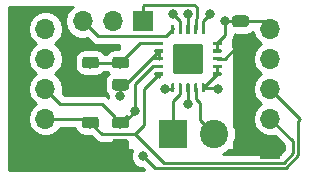
<source format=gbr>
G04 #@! TF.GenerationSoftware,KiCad,Pcbnew,5.0.0*
G04 #@! TF.CreationDate,2018-10-11T21:07:35-04:00*
G04 #@! TF.ProjectId,I2C_Thermocouple,4932435F546865726D6F636F75706C65,rev?*
G04 #@! TF.SameCoordinates,Original*
G04 #@! TF.FileFunction,Copper,L1,Top,Signal*
G04 #@! TF.FilePolarity,Positive*
%FSLAX46Y46*%
G04 Gerber Fmt 4.6, Leading zero omitted, Abs format (unit mm)*
G04 Created by KiCad (PCBNEW 5.0.0) date Thu Oct 11 21:07:35 2018*
%MOMM*%
%LPD*%
G01*
G04 APERTURE LIST*
G04 #@! TA.AperFunction,Conductor*
%ADD10C,0.100000*%
G04 #@! TD*
G04 #@! TA.AperFunction,SMDPad,CuDef*
%ADD11C,0.300000*%
G04 #@! TD*
G04 #@! TA.AperFunction,ComponentPad*
%ADD12O,1.700000X1.700000*%
G04 #@! TD*
G04 #@! TA.AperFunction,ComponentPad*
%ADD13R,1.700000X1.700000*%
G04 #@! TD*
G04 #@! TA.AperFunction,SMDPad,CuDef*
%ADD14C,0.975000*%
G04 #@! TD*
G04 #@! TA.AperFunction,ComponentPad*
%ADD15R,2.400000X2.400000*%
G04 #@! TD*
G04 #@! TA.AperFunction,ComponentPad*
%ADD16C,2.400000*%
G04 #@! TD*
G04 #@! TA.AperFunction,ViaPad*
%ADD17C,0.800000*%
G04 #@! TD*
G04 #@! TA.AperFunction,Conductor*
%ADD18C,0.250000*%
G04 #@! TD*
G04 #@! TA.AperFunction,Conductor*
%ADD19C,0.254000*%
G04 #@! TD*
G04 APERTURE END LIST*
D10*
G04 #@! TO.N,SDA*
G04 #@! TO.C,U1*
G36*
X192777351Y-84970361D02*
X192784632Y-84971441D01*
X192791771Y-84973229D01*
X192798701Y-84975709D01*
X192805355Y-84978856D01*
X192811668Y-84982640D01*
X192817579Y-84987024D01*
X192823033Y-84991967D01*
X192827976Y-84997421D01*
X192832360Y-85003332D01*
X192836144Y-85009645D01*
X192839291Y-85016299D01*
X192841771Y-85023229D01*
X192843559Y-85030368D01*
X192844639Y-85037649D01*
X192845000Y-85045000D01*
X192845000Y-85195000D01*
X192844639Y-85202351D01*
X192843559Y-85209632D01*
X192841771Y-85216771D01*
X192839291Y-85223701D01*
X192836144Y-85230355D01*
X192832360Y-85236668D01*
X192827976Y-85242579D01*
X192823033Y-85248033D01*
X192817579Y-85252976D01*
X192811668Y-85257360D01*
X192805355Y-85261144D01*
X192798701Y-85264291D01*
X192791771Y-85266771D01*
X192784632Y-85268559D01*
X192777351Y-85269639D01*
X192770000Y-85270000D01*
X192170000Y-85270000D01*
X192162649Y-85269639D01*
X192155368Y-85268559D01*
X192148229Y-85266771D01*
X192141299Y-85264291D01*
X192134645Y-85261144D01*
X192128332Y-85257360D01*
X192122421Y-85252976D01*
X192116967Y-85248033D01*
X192112024Y-85242579D01*
X192107640Y-85236668D01*
X192103856Y-85230355D01*
X192100709Y-85223701D01*
X192098229Y-85216771D01*
X192096441Y-85209632D01*
X192095361Y-85202351D01*
X192095000Y-85195000D01*
X192095000Y-85045000D01*
X192095361Y-85037649D01*
X192096441Y-85030368D01*
X192098229Y-85023229D01*
X192100709Y-85016299D01*
X192103856Y-85009645D01*
X192107640Y-85003332D01*
X192112024Y-84997421D01*
X192116967Y-84991967D01*
X192122421Y-84987024D01*
X192128332Y-84982640D01*
X192134645Y-84978856D01*
X192141299Y-84975709D01*
X192148229Y-84973229D01*
X192155368Y-84971441D01*
X192162649Y-84970361D01*
X192170000Y-84970000D01*
X192770000Y-84970000D01*
X192777351Y-84970361D01*
X192777351Y-84970361D01*
G37*
D11*
G04 #@! TD*
G04 #@! TO.P,U1,20*
G04 #@! TO.N,SDA*
X192470000Y-85120000D03*
D10*
G04 #@! TO.N,SCL*
G04 #@! TO.C,U1*
G36*
X192777351Y-84320361D02*
X192784632Y-84321441D01*
X192791771Y-84323229D01*
X192798701Y-84325709D01*
X192805355Y-84328856D01*
X192811668Y-84332640D01*
X192817579Y-84337024D01*
X192823033Y-84341967D01*
X192827976Y-84347421D01*
X192832360Y-84353332D01*
X192836144Y-84359645D01*
X192839291Y-84366299D01*
X192841771Y-84373229D01*
X192843559Y-84380368D01*
X192844639Y-84387649D01*
X192845000Y-84395000D01*
X192845000Y-84545000D01*
X192844639Y-84552351D01*
X192843559Y-84559632D01*
X192841771Y-84566771D01*
X192839291Y-84573701D01*
X192836144Y-84580355D01*
X192832360Y-84586668D01*
X192827976Y-84592579D01*
X192823033Y-84598033D01*
X192817579Y-84602976D01*
X192811668Y-84607360D01*
X192805355Y-84611144D01*
X192798701Y-84614291D01*
X192791771Y-84616771D01*
X192784632Y-84618559D01*
X192777351Y-84619639D01*
X192770000Y-84620000D01*
X192170000Y-84620000D01*
X192162649Y-84619639D01*
X192155368Y-84618559D01*
X192148229Y-84616771D01*
X192141299Y-84614291D01*
X192134645Y-84611144D01*
X192128332Y-84607360D01*
X192122421Y-84602976D01*
X192116967Y-84598033D01*
X192112024Y-84592579D01*
X192107640Y-84586668D01*
X192103856Y-84580355D01*
X192100709Y-84573701D01*
X192098229Y-84566771D01*
X192096441Y-84559632D01*
X192095361Y-84552351D01*
X192095000Y-84545000D01*
X192095000Y-84395000D01*
X192095361Y-84387649D01*
X192096441Y-84380368D01*
X192098229Y-84373229D01*
X192100709Y-84366299D01*
X192103856Y-84359645D01*
X192107640Y-84353332D01*
X192112024Y-84347421D01*
X192116967Y-84341967D01*
X192122421Y-84337024D01*
X192128332Y-84332640D01*
X192134645Y-84328856D01*
X192141299Y-84325709D01*
X192148229Y-84323229D01*
X192155368Y-84321441D01*
X192162649Y-84320361D01*
X192170000Y-84320000D01*
X192770000Y-84320000D01*
X192777351Y-84320361D01*
X192777351Y-84320361D01*
G37*
D11*
G04 #@! TD*
G04 #@! TO.P,U1,19*
G04 #@! TO.N,SCL*
X192470000Y-84470000D03*
D10*
G04 #@! TO.N,Earth*
G04 #@! TO.C,U1*
G36*
X192777351Y-83670361D02*
X192784632Y-83671441D01*
X192791771Y-83673229D01*
X192798701Y-83675709D01*
X192805355Y-83678856D01*
X192811668Y-83682640D01*
X192817579Y-83687024D01*
X192823033Y-83691967D01*
X192827976Y-83697421D01*
X192832360Y-83703332D01*
X192836144Y-83709645D01*
X192839291Y-83716299D01*
X192841771Y-83723229D01*
X192843559Y-83730368D01*
X192844639Y-83737649D01*
X192845000Y-83745000D01*
X192845000Y-83895000D01*
X192844639Y-83902351D01*
X192843559Y-83909632D01*
X192841771Y-83916771D01*
X192839291Y-83923701D01*
X192836144Y-83930355D01*
X192832360Y-83936668D01*
X192827976Y-83942579D01*
X192823033Y-83948033D01*
X192817579Y-83952976D01*
X192811668Y-83957360D01*
X192805355Y-83961144D01*
X192798701Y-83964291D01*
X192791771Y-83966771D01*
X192784632Y-83968559D01*
X192777351Y-83969639D01*
X192770000Y-83970000D01*
X192170000Y-83970000D01*
X192162649Y-83969639D01*
X192155368Y-83968559D01*
X192148229Y-83966771D01*
X192141299Y-83964291D01*
X192134645Y-83961144D01*
X192128332Y-83957360D01*
X192122421Y-83952976D01*
X192116967Y-83948033D01*
X192112024Y-83942579D01*
X192107640Y-83936668D01*
X192103856Y-83930355D01*
X192100709Y-83923701D01*
X192098229Y-83916771D01*
X192096441Y-83909632D01*
X192095361Y-83902351D01*
X192095000Y-83895000D01*
X192095000Y-83745000D01*
X192095361Y-83737649D01*
X192096441Y-83730368D01*
X192098229Y-83723229D01*
X192100709Y-83716299D01*
X192103856Y-83709645D01*
X192107640Y-83703332D01*
X192112024Y-83697421D01*
X192116967Y-83691967D01*
X192122421Y-83687024D01*
X192128332Y-83682640D01*
X192134645Y-83678856D01*
X192141299Y-83675709D01*
X192148229Y-83673229D01*
X192155368Y-83671441D01*
X192162649Y-83670361D01*
X192170000Y-83670000D01*
X192770000Y-83670000D01*
X192777351Y-83670361D01*
X192777351Y-83670361D01*
G37*
D11*
G04 #@! TD*
G04 #@! TO.P,U1,18*
G04 #@! TO.N,Earth*
X192470000Y-83820000D03*
D10*
G04 #@! TO.N,Earth*
G04 #@! TO.C,U1*
G36*
X192777351Y-83020361D02*
X192784632Y-83021441D01*
X192791771Y-83023229D01*
X192798701Y-83025709D01*
X192805355Y-83028856D01*
X192811668Y-83032640D01*
X192817579Y-83037024D01*
X192823033Y-83041967D01*
X192827976Y-83047421D01*
X192832360Y-83053332D01*
X192836144Y-83059645D01*
X192839291Y-83066299D01*
X192841771Y-83073229D01*
X192843559Y-83080368D01*
X192844639Y-83087649D01*
X192845000Y-83095000D01*
X192845000Y-83245000D01*
X192844639Y-83252351D01*
X192843559Y-83259632D01*
X192841771Y-83266771D01*
X192839291Y-83273701D01*
X192836144Y-83280355D01*
X192832360Y-83286668D01*
X192827976Y-83292579D01*
X192823033Y-83298033D01*
X192817579Y-83302976D01*
X192811668Y-83307360D01*
X192805355Y-83311144D01*
X192798701Y-83314291D01*
X192791771Y-83316771D01*
X192784632Y-83318559D01*
X192777351Y-83319639D01*
X192770000Y-83320000D01*
X192170000Y-83320000D01*
X192162649Y-83319639D01*
X192155368Y-83318559D01*
X192148229Y-83316771D01*
X192141299Y-83314291D01*
X192134645Y-83311144D01*
X192128332Y-83307360D01*
X192122421Y-83302976D01*
X192116967Y-83298033D01*
X192112024Y-83292579D01*
X192107640Y-83286668D01*
X192103856Y-83280355D01*
X192100709Y-83273701D01*
X192098229Y-83266771D01*
X192096441Y-83259632D01*
X192095361Y-83252351D01*
X192095000Y-83245000D01*
X192095000Y-83095000D01*
X192095361Y-83087649D01*
X192096441Y-83080368D01*
X192098229Y-83073229D01*
X192100709Y-83066299D01*
X192103856Y-83059645D01*
X192107640Y-83053332D01*
X192112024Y-83047421D01*
X192116967Y-83041967D01*
X192122421Y-83037024D01*
X192128332Y-83032640D01*
X192134645Y-83028856D01*
X192141299Y-83025709D01*
X192148229Y-83023229D01*
X192155368Y-83021441D01*
X192162649Y-83020361D01*
X192170000Y-83020000D01*
X192770000Y-83020000D01*
X192777351Y-83020361D01*
X192777351Y-83020361D01*
G37*
D11*
G04 #@! TD*
G04 #@! TO.P,U1,17*
G04 #@! TO.N,Earth*
X192470000Y-83170000D03*
D10*
G04 #@! TO.N,Net-(R3-Pad2)*
G04 #@! TO.C,U1*
G36*
X192777351Y-82370361D02*
X192784632Y-82371441D01*
X192791771Y-82373229D01*
X192798701Y-82375709D01*
X192805355Y-82378856D01*
X192811668Y-82382640D01*
X192817579Y-82387024D01*
X192823033Y-82391967D01*
X192827976Y-82397421D01*
X192832360Y-82403332D01*
X192836144Y-82409645D01*
X192839291Y-82416299D01*
X192841771Y-82423229D01*
X192843559Y-82430368D01*
X192844639Y-82437649D01*
X192845000Y-82445000D01*
X192845000Y-82595000D01*
X192844639Y-82602351D01*
X192843559Y-82609632D01*
X192841771Y-82616771D01*
X192839291Y-82623701D01*
X192836144Y-82630355D01*
X192832360Y-82636668D01*
X192827976Y-82642579D01*
X192823033Y-82648033D01*
X192817579Y-82652976D01*
X192811668Y-82657360D01*
X192805355Y-82661144D01*
X192798701Y-82664291D01*
X192791771Y-82666771D01*
X192784632Y-82668559D01*
X192777351Y-82669639D01*
X192770000Y-82670000D01*
X192170000Y-82670000D01*
X192162649Y-82669639D01*
X192155368Y-82668559D01*
X192148229Y-82666771D01*
X192141299Y-82664291D01*
X192134645Y-82661144D01*
X192128332Y-82657360D01*
X192122421Y-82652976D01*
X192116967Y-82648033D01*
X192112024Y-82642579D01*
X192107640Y-82636668D01*
X192103856Y-82630355D01*
X192100709Y-82623701D01*
X192098229Y-82616771D01*
X192096441Y-82609632D01*
X192095361Y-82602351D01*
X192095000Y-82595000D01*
X192095000Y-82445000D01*
X192095361Y-82437649D01*
X192096441Y-82430368D01*
X192098229Y-82423229D01*
X192100709Y-82416299D01*
X192103856Y-82409645D01*
X192107640Y-82403332D01*
X192112024Y-82397421D01*
X192116967Y-82391967D01*
X192122421Y-82387024D01*
X192128332Y-82382640D01*
X192134645Y-82378856D01*
X192141299Y-82375709D01*
X192148229Y-82373229D01*
X192155368Y-82371441D01*
X192162649Y-82370361D01*
X192170000Y-82370000D01*
X192770000Y-82370000D01*
X192777351Y-82370361D01*
X192777351Y-82370361D01*
G37*
D11*
G04 #@! TD*
G04 #@! TO.P,U1,16*
G04 #@! TO.N,Net-(R3-Pad2)*
X192470000Y-82520000D03*
D10*
G04 #@! TO.N,Net-(J3-Pad3)*
G04 #@! TO.C,U1*
G36*
X193727351Y-80970361D02*
X193734632Y-80971441D01*
X193741771Y-80973229D01*
X193748701Y-80975709D01*
X193755355Y-80978856D01*
X193761668Y-80982640D01*
X193767579Y-80987024D01*
X193773033Y-80991967D01*
X193777976Y-80997421D01*
X193782360Y-81003332D01*
X193786144Y-81009645D01*
X193789291Y-81016299D01*
X193791771Y-81023229D01*
X193793559Y-81030368D01*
X193794639Y-81037649D01*
X193795000Y-81045000D01*
X193795000Y-81645000D01*
X193794639Y-81652351D01*
X193793559Y-81659632D01*
X193791771Y-81666771D01*
X193789291Y-81673701D01*
X193786144Y-81680355D01*
X193782360Y-81686668D01*
X193777976Y-81692579D01*
X193773033Y-81698033D01*
X193767579Y-81702976D01*
X193761668Y-81707360D01*
X193755355Y-81711144D01*
X193748701Y-81714291D01*
X193741771Y-81716771D01*
X193734632Y-81718559D01*
X193727351Y-81719639D01*
X193720000Y-81720000D01*
X193570000Y-81720000D01*
X193562649Y-81719639D01*
X193555368Y-81718559D01*
X193548229Y-81716771D01*
X193541299Y-81714291D01*
X193534645Y-81711144D01*
X193528332Y-81707360D01*
X193522421Y-81702976D01*
X193516967Y-81698033D01*
X193512024Y-81692579D01*
X193507640Y-81686668D01*
X193503856Y-81680355D01*
X193500709Y-81673701D01*
X193498229Y-81666771D01*
X193496441Y-81659632D01*
X193495361Y-81652351D01*
X193495000Y-81645000D01*
X193495000Y-81045000D01*
X193495361Y-81037649D01*
X193496441Y-81030368D01*
X193498229Y-81023229D01*
X193500709Y-81016299D01*
X193503856Y-81009645D01*
X193507640Y-81003332D01*
X193512024Y-80997421D01*
X193516967Y-80991967D01*
X193522421Y-80987024D01*
X193528332Y-80982640D01*
X193534645Y-80978856D01*
X193541299Y-80975709D01*
X193548229Y-80973229D01*
X193555368Y-80971441D01*
X193562649Y-80970361D01*
X193570000Y-80970000D01*
X193720000Y-80970000D01*
X193727351Y-80970361D01*
X193727351Y-80970361D01*
G37*
D11*
G04 #@! TD*
G04 #@! TO.P,U1,15*
G04 #@! TO.N,Net-(J3-Pad3)*
X193645000Y-81345000D03*
D10*
G04 #@! TO.N,Net-(J3-Pad2)*
G04 #@! TO.C,U1*
G36*
X194377351Y-80970361D02*
X194384632Y-80971441D01*
X194391771Y-80973229D01*
X194398701Y-80975709D01*
X194405355Y-80978856D01*
X194411668Y-80982640D01*
X194417579Y-80987024D01*
X194423033Y-80991967D01*
X194427976Y-80997421D01*
X194432360Y-81003332D01*
X194436144Y-81009645D01*
X194439291Y-81016299D01*
X194441771Y-81023229D01*
X194443559Y-81030368D01*
X194444639Y-81037649D01*
X194445000Y-81045000D01*
X194445000Y-81645000D01*
X194444639Y-81652351D01*
X194443559Y-81659632D01*
X194441771Y-81666771D01*
X194439291Y-81673701D01*
X194436144Y-81680355D01*
X194432360Y-81686668D01*
X194427976Y-81692579D01*
X194423033Y-81698033D01*
X194417579Y-81702976D01*
X194411668Y-81707360D01*
X194405355Y-81711144D01*
X194398701Y-81714291D01*
X194391771Y-81716771D01*
X194384632Y-81718559D01*
X194377351Y-81719639D01*
X194370000Y-81720000D01*
X194220000Y-81720000D01*
X194212649Y-81719639D01*
X194205368Y-81718559D01*
X194198229Y-81716771D01*
X194191299Y-81714291D01*
X194184645Y-81711144D01*
X194178332Y-81707360D01*
X194172421Y-81702976D01*
X194166967Y-81698033D01*
X194162024Y-81692579D01*
X194157640Y-81686668D01*
X194153856Y-81680355D01*
X194150709Y-81673701D01*
X194148229Y-81666771D01*
X194146441Y-81659632D01*
X194145361Y-81652351D01*
X194145000Y-81645000D01*
X194145000Y-81045000D01*
X194145361Y-81037649D01*
X194146441Y-81030368D01*
X194148229Y-81023229D01*
X194150709Y-81016299D01*
X194153856Y-81009645D01*
X194157640Y-81003332D01*
X194162024Y-80997421D01*
X194166967Y-80991967D01*
X194172421Y-80987024D01*
X194178332Y-80982640D01*
X194184645Y-80978856D01*
X194191299Y-80975709D01*
X194198229Y-80973229D01*
X194205368Y-80971441D01*
X194212649Y-80970361D01*
X194220000Y-80970000D01*
X194370000Y-80970000D01*
X194377351Y-80970361D01*
X194377351Y-80970361D01*
G37*
D11*
G04 #@! TD*
G04 #@! TO.P,U1,14*
G04 #@! TO.N,Net-(J3-Pad2)*
X194295000Y-81345000D03*
D10*
G04 #@! TO.N,Earth*
G04 #@! TO.C,U1*
G36*
X195027351Y-80970361D02*
X195034632Y-80971441D01*
X195041771Y-80973229D01*
X195048701Y-80975709D01*
X195055355Y-80978856D01*
X195061668Y-80982640D01*
X195067579Y-80987024D01*
X195073033Y-80991967D01*
X195077976Y-80997421D01*
X195082360Y-81003332D01*
X195086144Y-81009645D01*
X195089291Y-81016299D01*
X195091771Y-81023229D01*
X195093559Y-81030368D01*
X195094639Y-81037649D01*
X195095000Y-81045000D01*
X195095000Y-81645000D01*
X195094639Y-81652351D01*
X195093559Y-81659632D01*
X195091771Y-81666771D01*
X195089291Y-81673701D01*
X195086144Y-81680355D01*
X195082360Y-81686668D01*
X195077976Y-81692579D01*
X195073033Y-81698033D01*
X195067579Y-81702976D01*
X195061668Y-81707360D01*
X195055355Y-81711144D01*
X195048701Y-81714291D01*
X195041771Y-81716771D01*
X195034632Y-81718559D01*
X195027351Y-81719639D01*
X195020000Y-81720000D01*
X194870000Y-81720000D01*
X194862649Y-81719639D01*
X194855368Y-81718559D01*
X194848229Y-81716771D01*
X194841299Y-81714291D01*
X194834645Y-81711144D01*
X194828332Y-81707360D01*
X194822421Y-81702976D01*
X194816967Y-81698033D01*
X194812024Y-81692579D01*
X194807640Y-81686668D01*
X194803856Y-81680355D01*
X194800709Y-81673701D01*
X194798229Y-81666771D01*
X194796441Y-81659632D01*
X194795361Y-81652351D01*
X194795000Y-81645000D01*
X194795000Y-81045000D01*
X194795361Y-81037649D01*
X194796441Y-81030368D01*
X194798229Y-81023229D01*
X194800709Y-81016299D01*
X194803856Y-81009645D01*
X194807640Y-81003332D01*
X194812024Y-80997421D01*
X194816967Y-80991967D01*
X194822421Y-80987024D01*
X194828332Y-80982640D01*
X194834645Y-80978856D01*
X194841299Y-80975709D01*
X194848229Y-80973229D01*
X194855368Y-80971441D01*
X194862649Y-80970361D01*
X194870000Y-80970000D01*
X195020000Y-80970000D01*
X195027351Y-80970361D01*
X195027351Y-80970361D01*
G37*
D11*
G04 #@! TD*
G04 #@! TO.P,U1,13*
G04 #@! TO.N,Earth*
X194945000Y-81345000D03*
D10*
G04 #@! TO.N,/ALERT2*
G04 #@! TO.C,U1*
G36*
X195677351Y-80970361D02*
X195684632Y-80971441D01*
X195691771Y-80973229D01*
X195698701Y-80975709D01*
X195705355Y-80978856D01*
X195711668Y-80982640D01*
X195717579Y-80987024D01*
X195723033Y-80991967D01*
X195727976Y-80997421D01*
X195732360Y-81003332D01*
X195736144Y-81009645D01*
X195739291Y-81016299D01*
X195741771Y-81023229D01*
X195743559Y-81030368D01*
X195744639Y-81037649D01*
X195745000Y-81045000D01*
X195745000Y-81645000D01*
X195744639Y-81652351D01*
X195743559Y-81659632D01*
X195741771Y-81666771D01*
X195739291Y-81673701D01*
X195736144Y-81680355D01*
X195732360Y-81686668D01*
X195727976Y-81692579D01*
X195723033Y-81698033D01*
X195717579Y-81702976D01*
X195711668Y-81707360D01*
X195705355Y-81711144D01*
X195698701Y-81714291D01*
X195691771Y-81716771D01*
X195684632Y-81718559D01*
X195677351Y-81719639D01*
X195670000Y-81720000D01*
X195520000Y-81720000D01*
X195512649Y-81719639D01*
X195505368Y-81718559D01*
X195498229Y-81716771D01*
X195491299Y-81714291D01*
X195484645Y-81711144D01*
X195478332Y-81707360D01*
X195472421Y-81702976D01*
X195466967Y-81698033D01*
X195462024Y-81692579D01*
X195457640Y-81686668D01*
X195453856Y-81680355D01*
X195450709Y-81673701D01*
X195448229Y-81666771D01*
X195446441Y-81659632D01*
X195445361Y-81652351D01*
X195445000Y-81645000D01*
X195445000Y-81045000D01*
X195445361Y-81037649D01*
X195446441Y-81030368D01*
X195448229Y-81023229D01*
X195450709Y-81016299D01*
X195453856Y-81009645D01*
X195457640Y-81003332D01*
X195462024Y-80997421D01*
X195466967Y-80991967D01*
X195472421Y-80987024D01*
X195478332Y-80982640D01*
X195484645Y-80978856D01*
X195491299Y-80975709D01*
X195498229Y-80973229D01*
X195505368Y-80971441D01*
X195512649Y-80970361D01*
X195520000Y-80970000D01*
X195670000Y-80970000D01*
X195677351Y-80970361D01*
X195677351Y-80970361D01*
G37*
D11*
G04 #@! TD*
G04 #@! TO.P,U1,12*
G04 #@! TO.N,/ALERT2*
X195595000Y-81345000D03*
D10*
G04 #@! TO.N,ALERT1*
G04 #@! TO.C,U1*
G36*
X196327351Y-80970361D02*
X196334632Y-80971441D01*
X196341771Y-80973229D01*
X196348701Y-80975709D01*
X196355355Y-80978856D01*
X196361668Y-80982640D01*
X196367579Y-80987024D01*
X196373033Y-80991967D01*
X196377976Y-80997421D01*
X196382360Y-81003332D01*
X196386144Y-81009645D01*
X196389291Y-81016299D01*
X196391771Y-81023229D01*
X196393559Y-81030368D01*
X196394639Y-81037649D01*
X196395000Y-81045000D01*
X196395000Y-81645000D01*
X196394639Y-81652351D01*
X196393559Y-81659632D01*
X196391771Y-81666771D01*
X196389291Y-81673701D01*
X196386144Y-81680355D01*
X196382360Y-81686668D01*
X196377976Y-81692579D01*
X196373033Y-81698033D01*
X196367579Y-81702976D01*
X196361668Y-81707360D01*
X196355355Y-81711144D01*
X196348701Y-81714291D01*
X196341771Y-81716771D01*
X196334632Y-81718559D01*
X196327351Y-81719639D01*
X196320000Y-81720000D01*
X196170000Y-81720000D01*
X196162649Y-81719639D01*
X196155368Y-81718559D01*
X196148229Y-81716771D01*
X196141299Y-81714291D01*
X196134645Y-81711144D01*
X196128332Y-81707360D01*
X196122421Y-81702976D01*
X196116967Y-81698033D01*
X196112024Y-81692579D01*
X196107640Y-81686668D01*
X196103856Y-81680355D01*
X196100709Y-81673701D01*
X196098229Y-81666771D01*
X196096441Y-81659632D01*
X196095361Y-81652351D01*
X196095000Y-81645000D01*
X196095000Y-81045000D01*
X196095361Y-81037649D01*
X196096441Y-81030368D01*
X196098229Y-81023229D01*
X196100709Y-81016299D01*
X196103856Y-81009645D01*
X196107640Y-81003332D01*
X196112024Y-80997421D01*
X196116967Y-80991967D01*
X196122421Y-80987024D01*
X196128332Y-80982640D01*
X196134645Y-80978856D01*
X196141299Y-80975709D01*
X196148229Y-80973229D01*
X196155368Y-80971441D01*
X196162649Y-80970361D01*
X196170000Y-80970000D01*
X196320000Y-80970000D01*
X196327351Y-80970361D01*
X196327351Y-80970361D01*
G37*
D11*
G04 #@! TD*
G04 #@! TO.P,U1,11*
G04 #@! TO.N,ALERT1*
X196245000Y-81345000D03*
D10*
G04 #@! TO.N,Earth*
G04 #@! TO.C,U1*
G36*
X197727351Y-82370361D02*
X197734632Y-82371441D01*
X197741771Y-82373229D01*
X197748701Y-82375709D01*
X197755355Y-82378856D01*
X197761668Y-82382640D01*
X197767579Y-82387024D01*
X197773033Y-82391967D01*
X197777976Y-82397421D01*
X197782360Y-82403332D01*
X197786144Y-82409645D01*
X197789291Y-82416299D01*
X197791771Y-82423229D01*
X197793559Y-82430368D01*
X197794639Y-82437649D01*
X197795000Y-82445000D01*
X197795000Y-82595000D01*
X197794639Y-82602351D01*
X197793559Y-82609632D01*
X197791771Y-82616771D01*
X197789291Y-82623701D01*
X197786144Y-82630355D01*
X197782360Y-82636668D01*
X197777976Y-82642579D01*
X197773033Y-82648033D01*
X197767579Y-82652976D01*
X197761668Y-82657360D01*
X197755355Y-82661144D01*
X197748701Y-82664291D01*
X197741771Y-82666771D01*
X197734632Y-82668559D01*
X197727351Y-82669639D01*
X197720000Y-82670000D01*
X197120000Y-82670000D01*
X197112649Y-82669639D01*
X197105368Y-82668559D01*
X197098229Y-82666771D01*
X197091299Y-82664291D01*
X197084645Y-82661144D01*
X197078332Y-82657360D01*
X197072421Y-82652976D01*
X197066967Y-82648033D01*
X197062024Y-82642579D01*
X197057640Y-82636668D01*
X197053856Y-82630355D01*
X197050709Y-82623701D01*
X197048229Y-82616771D01*
X197046441Y-82609632D01*
X197045361Y-82602351D01*
X197045000Y-82595000D01*
X197045000Y-82445000D01*
X197045361Y-82437649D01*
X197046441Y-82430368D01*
X197048229Y-82423229D01*
X197050709Y-82416299D01*
X197053856Y-82409645D01*
X197057640Y-82403332D01*
X197062024Y-82397421D01*
X197066967Y-82391967D01*
X197072421Y-82387024D01*
X197078332Y-82382640D01*
X197084645Y-82378856D01*
X197091299Y-82375709D01*
X197098229Y-82373229D01*
X197105368Y-82371441D01*
X197112649Y-82370361D01*
X197120000Y-82370000D01*
X197720000Y-82370000D01*
X197727351Y-82370361D01*
X197727351Y-82370361D01*
G37*
D11*
G04 #@! TD*
G04 #@! TO.P,U1,10*
G04 #@! TO.N,Earth*
X197420000Y-82520000D03*
D10*
G04 #@! TO.N,Earth*
G04 #@! TO.C,U1*
G36*
X197727351Y-83020361D02*
X197734632Y-83021441D01*
X197741771Y-83023229D01*
X197748701Y-83025709D01*
X197755355Y-83028856D01*
X197761668Y-83032640D01*
X197767579Y-83037024D01*
X197773033Y-83041967D01*
X197777976Y-83047421D01*
X197782360Y-83053332D01*
X197786144Y-83059645D01*
X197789291Y-83066299D01*
X197791771Y-83073229D01*
X197793559Y-83080368D01*
X197794639Y-83087649D01*
X197795000Y-83095000D01*
X197795000Y-83245000D01*
X197794639Y-83252351D01*
X197793559Y-83259632D01*
X197791771Y-83266771D01*
X197789291Y-83273701D01*
X197786144Y-83280355D01*
X197782360Y-83286668D01*
X197777976Y-83292579D01*
X197773033Y-83298033D01*
X197767579Y-83302976D01*
X197761668Y-83307360D01*
X197755355Y-83311144D01*
X197748701Y-83314291D01*
X197741771Y-83316771D01*
X197734632Y-83318559D01*
X197727351Y-83319639D01*
X197720000Y-83320000D01*
X197120000Y-83320000D01*
X197112649Y-83319639D01*
X197105368Y-83318559D01*
X197098229Y-83316771D01*
X197091299Y-83314291D01*
X197084645Y-83311144D01*
X197078332Y-83307360D01*
X197072421Y-83302976D01*
X197066967Y-83298033D01*
X197062024Y-83292579D01*
X197057640Y-83286668D01*
X197053856Y-83280355D01*
X197050709Y-83273701D01*
X197048229Y-83266771D01*
X197046441Y-83259632D01*
X197045361Y-83252351D01*
X197045000Y-83245000D01*
X197045000Y-83095000D01*
X197045361Y-83087649D01*
X197046441Y-83080368D01*
X197048229Y-83073229D01*
X197050709Y-83066299D01*
X197053856Y-83059645D01*
X197057640Y-83053332D01*
X197062024Y-83047421D01*
X197066967Y-83041967D01*
X197072421Y-83037024D01*
X197078332Y-83032640D01*
X197084645Y-83028856D01*
X197091299Y-83025709D01*
X197098229Y-83023229D01*
X197105368Y-83021441D01*
X197112649Y-83020361D01*
X197120000Y-83020000D01*
X197720000Y-83020000D01*
X197727351Y-83020361D01*
X197727351Y-83020361D01*
G37*
D11*
G04 #@! TD*
G04 #@! TO.P,U1,9*
G04 #@! TO.N,Earth*
X197420000Y-83170000D03*
D10*
G04 #@! TO.N,VDD*
G04 #@! TO.C,U1*
G36*
X197727351Y-83670361D02*
X197734632Y-83671441D01*
X197741771Y-83673229D01*
X197748701Y-83675709D01*
X197755355Y-83678856D01*
X197761668Y-83682640D01*
X197767579Y-83687024D01*
X197773033Y-83691967D01*
X197777976Y-83697421D01*
X197782360Y-83703332D01*
X197786144Y-83709645D01*
X197789291Y-83716299D01*
X197791771Y-83723229D01*
X197793559Y-83730368D01*
X197794639Y-83737649D01*
X197795000Y-83745000D01*
X197795000Y-83895000D01*
X197794639Y-83902351D01*
X197793559Y-83909632D01*
X197791771Y-83916771D01*
X197789291Y-83923701D01*
X197786144Y-83930355D01*
X197782360Y-83936668D01*
X197777976Y-83942579D01*
X197773033Y-83948033D01*
X197767579Y-83952976D01*
X197761668Y-83957360D01*
X197755355Y-83961144D01*
X197748701Y-83964291D01*
X197741771Y-83966771D01*
X197734632Y-83968559D01*
X197727351Y-83969639D01*
X197720000Y-83970000D01*
X197120000Y-83970000D01*
X197112649Y-83969639D01*
X197105368Y-83968559D01*
X197098229Y-83966771D01*
X197091299Y-83964291D01*
X197084645Y-83961144D01*
X197078332Y-83957360D01*
X197072421Y-83952976D01*
X197066967Y-83948033D01*
X197062024Y-83942579D01*
X197057640Y-83936668D01*
X197053856Y-83930355D01*
X197050709Y-83923701D01*
X197048229Y-83916771D01*
X197046441Y-83909632D01*
X197045361Y-83902351D01*
X197045000Y-83895000D01*
X197045000Y-83745000D01*
X197045361Y-83737649D01*
X197046441Y-83730368D01*
X197048229Y-83723229D01*
X197050709Y-83716299D01*
X197053856Y-83709645D01*
X197057640Y-83703332D01*
X197062024Y-83697421D01*
X197066967Y-83691967D01*
X197072421Y-83687024D01*
X197078332Y-83682640D01*
X197084645Y-83678856D01*
X197091299Y-83675709D01*
X197098229Y-83673229D01*
X197105368Y-83671441D01*
X197112649Y-83670361D01*
X197120000Y-83670000D01*
X197720000Y-83670000D01*
X197727351Y-83670361D01*
X197727351Y-83670361D01*
G37*
D11*
G04 #@! TD*
G04 #@! TO.P,U1,8*
G04 #@! TO.N,VDD*
X197420000Y-83820000D03*
D10*
G04 #@! TO.N,Earth*
G04 #@! TO.C,U1*
G36*
X197727351Y-84320361D02*
X197734632Y-84321441D01*
X197741771Y-84323229D01*
X197748701Y-84325709D01*
X197755355Y-84328856D01*
X197761668Y-84332640D01*
X197767579Y-84337024D01*
X197773033Y-84341967D01*
X197777976Y-84347421D01*
X197782360Y-84353332D01*
X197786144Y-84359645D01*
X197789291Y-84366299D01*
X197791771Y-84373229D01*
X197793559Y-84380368D01*
X197794639Y-84387649D01*
X197795000Y-84395000D01*
X197795000Y-84545000D01*
X197794639Y-84552351D01*
X197793559Y-84559632D01*
X197791771Y-84566771D01*
X197789291Y-84573701D01*
X197786144Y-84580355D01*
X197782360Y-84586668D01*
X197777976Y-84592579D01*
X197773033Y-84598033D01*
X197767579Y-84602976D01*
X197761668Y-84607360D01*
X197755355Y-84611144D01*
X197748701Y-84614291D01*
X197741771Y-84616771D01*
X197734632Y-84618559D01*
X197727351Y-84619639D01*
X197720000Y-84620000D01*
X197120000Y-84620000D01*
X197112649Y-84619639D01*
X197105368Y-84618559D01*
X197098229Y-84616771D01*
X197091299Y-84614291D01*
X197084645Y-84611144D01*
X197078332Y-84607360D01*
X197072421Y-84602976D01*
X197066967Y-84598033D01*
X197062024Y-84592579D01*
X197057640Y-84586668D01*
X197053856Y-84580355D01*
X197050709Y-84573701D01*
X197048229Y-84566771D01*
X197046441Y-84559632D01*
X197045361Y-84552351D01*
X197045000Y-84545000D01*
X197045000Y-84395000D01*
X197045361Y-84387649D01*
X197046441Y-84380368D01*
X197048229Y-84373229D01*
X197050709Y-84366299D01*
X197053856Y-84359645D01*
X197057640Y-84353332D01*
X197062024Y-84347421D01*
X197066967Y-84341967D01*
X197072421Y-84337024D01*
X197078332Y-84332640D01*
X197084645Y-84328856D01*
X197091299Y-84325709D01*
X197098229Y-84323229D01*
X197105368Y-84321441D01*
X197112649Y-84320361D01*
X197120000Y-84320000D01*
X197720000Y-84320000D01*
X197727351Y-84320361D01*
X197727351Y-84320361D01*
G37*
D11*
G04 #@! TD*
G04 #@! TO.P,U1,7*
G04 #@! TO.N,Earth*
X197420000Y-84470000D03*
D10*
G04 #@! TO.N,Earth*
G04 #@! TO.C,U1*
G36*
X197727351Y-84970361D02*
X197734632Y-84971441D01*
X197741771Y-84973229D01*
X197748701Y-84975709D01*
X197755355Y-84978856D01*
X197761668Y-84982640D01*
X197767579Y-84987024D01*
X197773033Y-84991967D01*
X197777976Y-84997421D01*
X197782360Y-85003332D01*
X197786144Y-85009645D01*
X197789291Y-85016299D01*
X197791771Y-85023229D01*
X197793559Y-85030368D01*
X197794639Y-85037649D01*
X197795000Y-85045000D01*
X197795000Y-85195000D01*
X197794639Y-85202351D01*
X197793559Y-85209632D01*
X197791771Y-85216771D01*
X197789291Y-85223701D01*
X197786144Y-85230355D01*
X197782360Y-85236668D01*
X197777976Y-85242579D01*
X197773033Y-85248033D01*
X197767579Y-85252976D01*
X197761668Y-85257360D01*
X197755355Y-85261144D01*
X197748701Y-85264291D01*
X197741771Y-85266771D01*
X197734632Y-85268559D01*
X197727351Y-85269639D01*
X197720000Y-85270000D01*
X197120000Y-85270000D01*
X197112649Y-85269639D01*
X197105368Y-85268559D01*
X197098229Y-85266771D01*
X197091299Y-85264291D01*
X197084645Y-85261144D01*
X197078332Y-85257360D01*
X197072421Y-85252976D01*
X197066967Y-85248033D01*
X197062024Y-85242579D01*
X197057640Y-85236668D01*
X197053856Y-85230355D01*
X197050709Y-85223701D01*
X197048229Y-85216771D01*
X197046441Y-85209632D01*
X197045361Y-85202351D01*
X197045000Y-85195000D01*
X197045000Y-85045000D01*
X197045361Y-85037649D01*
X197046441Y-85030368D01*
X197048229Y-85023229D01*
X197050709Y-85016299D01*
X197053856Y-85009645D01*
X197057640Y-85003332D01*
X197062024Y-84997421D01*
X197066967Y-84991967D01*
X197072421Y-84987024D01*
X197078332Y-84982640D01*
X197084645Y-84978856D01*
X197091299Y-84975709D01*
X197098229Y-84973229D01*
X197105368Y-84971441D01*
X197112649Y-84970361D01*
X197120000Y-84970000D01*
X197720000Y-84970000D01*
X197727351Y-84970361D01*
X197727351Y-84970361D01*
G37*
D11*
G04 #@! TD*
G04 #@! TO.P,U1,6*
G04 #@! TO.N,Earth*
X197420000Y-85120000D03*
D10*
G04 #@! TO.N,Earth*
G04 #@! TO.C,U1*
G36*
X196327351Y-85920361D02*
X196334632Y-85921441D01*
X196341771Y-85923229D01*
X196348701Y-85925709D01*
X196355355Y-85928856D01*
X196361668Y-85932640D01*
X196367579Y-85937024D01*
X196373033Y-85941967D01*
X196377976Y-85947421D01*
X196382360Y-85953332D01*
X196386144Y-85959645D01*
X196389291Y-85966299D01*
X196391771Y-85973229D01*
X196393559Y-85980368D01*
X196394639Y-85987649D01*
X196395000Y-85995000D01*
X196395000Y-86595000D01*
X196394639Y-86602351D01*
X196393559Y-86609632D01*
X196391771Y-86616771D01*
X196389291Y-86623701D01*
X196386144Y-86630355D01*
X196382360Y-86636668D01*
X196377976Y-86642579D01*
X196373033Y-86648033D01*
X196367579Y-86652976D01*
X196361668Y-86657360D01*
X196355355Y-86661144D01*
X196348701Y-86664291D01*
X196341771Y-86666771D01*
X196334632Y-86668559D01*
X196327351Y-86669639D01*
X196320000Y-86670000D01*
X196170000Y-86670000D01*
X196162649Y-86669639D01*
X196155368Y-86668559D01*
X196148229Y-86666771D01*
X196141299Y-86664291D01*
X196134645Y-86661144D01*
X196128332Y-86657360D01*
X196122421Y-86652976D01*
X196116967Y-86648033D01*
X196112024Y-86642579D01*
X196107640Y-86636668D01*
X196103856Y-86630355D01*
X196100709Y-86623701D01*
X196098229Y-86616771D01*
X196096441Y-86609632D01*
X196095361Y-86602351D01*
X196095000Y-86595000D01*
X196095000Y-85995000D01*
X196095361Y-85987649D01*
X196096441Y-85980368D01*
X196098229Y-85973229D01*
X196100709Y-85966299D01*
X196103856Y-85959645D01*
X196107640Y-85953332D01*
X196112024Y-85947421D01*
X196116967Y-85941967D01*
X196122421Y-85937024D01*
X196128332Y-85932640D01*
X196134645Y-85928856D01*
X196141299Y-85925709D01*
X196148229Y-85923229D01*
X196155368Y-85921441D01*
X196162649Y-85920361D01*
X196170000Y-85920000D01*
X196320000Y-85920000D01*
X196327351Y-85920361D01*
X196327351Y-85920361D01*
G37*
D11*
G04 #@! TD*
G04 #@! TO.P,U1,5*
G04 #@! TO.N,Earth*
X196245000Y-86295000D03*
D10*
G04 #@! TO.N,Net-(J2-Pad2)*
G04 #@! TO.C,U1*
G36*
X195677351Y-85920361D02*
X195684632Y-85921441D01*
X195691771Y-85923229D01*
X195698701Y-85925709D01*
X195705355Y-85928856D01*
X195711668Y-85932640D01*
X195717579Y-85937024D01*
X195723033Y-85941967D01*
X195727976Y-85947421D01*
X195732360Y-85953332D01*
X195736144Y-85959645D01*
X195739291Y-85966299D01*
X195741771Y-85973229D01*
X195743559Y-85980368D01*
X195744639Y-85987649D01*
X195745000Y-85995000D01*
X195745000Y-86595000D01*
X195744639Y-86602351D01*
X195743559Y-86609632D01*
X195741771Y-86616771D01*
X195739291Y-86623701D01*
X195736144Y-86630355D01*
X195732360Y-86636668D01*
X195727976Y-86642579D01*
X195723033Y-86648033D01*
X195717579Y-86652976D01*
X195711668Y-86657360D01*
X195705355Y-86661144D01*
X195698701Y-86664291D01*
X195691771Y-86666771D01*
X195684632Y-86668559D01*
X195677351Y-86669639D01*
X195670000Y-86670000D01*
X195520000Y-86670000D01*
X195512649Y-86669639D01*
X195505368Y-86668559D01*
X195498229Y-86666771D01*
X195491299Y-86664291D01*
X195484645Y-86661144D01*
X195478332Y-86657360D01*
X195472421Y-86652976D01*
X195466967Y-86648033D01*
X195462024Y-86642579D01*
X195457640Y-86636668D01*
X195453856Y-86630355D01*
X195450709Y-86623701D01*
X195448229Y-86616771D01*
X195446441Y-86609632D01*
X195445361Y-86602351D01*
X195445000Y-86595000D01*
X195445000Y-85995000D01*
X195445361Y-85987649D01*
X195446441Y-85980368D01*
X195448229Y-85973229D01*
X195450709Y-85966299D01*
X195453856Y-85959645D01*
X195457640Y-85953332D01*
X195462024Y-85947421D01*
X195466967Y-85941967D01*
X195472421Y-85937024D01*
X195478332Y-85932640D01*
X195484645Y-85928856D01*
X195491299Y-85925709D01*
X195498229Y-85923229D01*
X195505368Y-85921441D01*
X195512649Y-85920361D01*
X195520000Y-85920000D01*
X195670000Y-85920000D01*
X195677351Y-85920361D01*
X195677351Y-85920361D01*
G37*
D11*
G04 #@! TD*
G04 #@! TO.P,U1,4*
G04 #@! TO.N,Net-(J2-Pad2)*
X195595000Y-86295000D03*
D10*
G04 #@! TO.N,Earth*
G04 #@! TO.C,U1*
G36*
X195027351Y-85920361D02*
X195034632Y-85921441D01*
X195041771Y-85923229D01*
X195048701Y-85925709D01*
X195055355Y-85928856D01*
X195061668Y-85932640D01*
X195067579Y-85937024D01*
X195073033Y-85941967D01*
X195077976Y-85947421D01*
X195082360Y-85953332D01*
X195086144Y-85959645D01*
X195089291Y-85966299D01*
X195091771Y-85973229D01*
X195093559Y-85980368D01*
X195094639Y-85987649D01*
X195095000Y-85995000D01*
X195095000Y-86595000D01*
X195094639Y-86602351D01*
X195093559Y-86609632D01*
X195091771Y-86616771D01*
X195089291Y-86623701D01*
X195086144Y-86630355D01*
X195082360Y-86636668D01*
X195077976Y-86642579D01*
X195073033Y-86648033D01*
X195067579Y-86652976D01*
X195061668Y-86657360D01*
X195055355Y-86661144D01*
X195048701Y-86664291D01*
X195041771Y-86666771D01*
X195034632Y-86668559D01*
X195027351Y-86669639D01*
X195020000Y-86670000D01*
X194870000Y-86670000D01*
X194862649Y-86669639D01*
X194855368Y-86668559D01*
X194848229Y-86666771D01*
X194841299Y-86664291D01*
X194834645Y-86661144D01*
X194828332Y-86657360D01*
X194822421Y-86652976D01*
X194816967Y-86648033D01*
X194812024Y-86642579D01*
X194807640Y-86636668D01*
X194803856Y-86630355D01*
X194800709Y-86623701D01*
X194798229Y-86616771D01*
X194796441Y-86609632D01*
X194795361Y-86602351D01*
X194795000Y-86595000D01*
X194795000Y-85995000D01*
X194795361Y-85987649D01*
X194796441Y-85980368D01*
X194798229Y-85973229D01*
X194800709Y-85966299D01*
X194803856Y-85959645D01*
X194807640Y-85953332D01*
X194812024Y-85947421D01*
X194816967Y-85941967D01*
X194822421Y-85937024D01*
X194828332Y-85932640D01*
X194834645Y-85928856D01*
X194841299Y-85925709D01*
X194848229Y-85923229D01*
X194855368Y-85921441D01*
X194862649Y-85920361D01*
X194870000Y-85920000D01*
X195020000Y-85920000D01*
X195027351Y-85920361D01*
X195027351Y-85920361D01*
G37*
D11*
G04 #@! TD*
G04 #@! TO.P,U1,3*
G04 #@! TO.N,Earth*
X194945000Y-86295000D03*
D10*
G04 #@! TO.N,Net-(J2-Pad1)*
G04 #@! TO.C,U1*
G36*
X194377351Y-85920361D02*
X194384632Y-85921441D01*
X194391771Y-85923229D01*
X194398701Y-85925709D01*
X194405355Y-85928856D01*
X194411668Y-85932640D01*
X194417579Y-85937024D01*
X194423033Y-85941967D01*
X194427976Y-85947421D01*
X194432360Y-85953332D01*
X194436144Y-85959645D01*
X194439291Y-85966299D01*
X194441771Y-85973229D01*
X194443559Y-85980368D01*
X194444639Y-85987649D01*
X194445000Y-85995000D01*
X194445000Y-86595000D01*
X194444639Y-86602351D01*
X194443559Y-86609632D01*
X194441771Y-86616771D01*
X194439291Y-86623701D01*
X194436144Y-86630355D01*
X194432360Y-86636668D01*
X194427976Y-86642579D01*
X194423033Y-86648033D01*
X194417579Y-86652976D01*
X194411668Y-86657360D01*
X194405355Y-86661144D01*
X194398701Y-86664291D01*
X194391771Y-86666771D01*
X194384632Y-86668559D01*
X194377351Y-86669639D01*
X194370000Y-86670000D01*
X194220000Y-86670000D01*
X194212649Y-86669639D01*
X194205368Y-86668559D01*
X194198229Y-86666771D01*
X194191299Y-86664291D01*
X194184645Y-86661144D01*
X194178332Y-86657360D01*
X194172421Y-86652976D01*
X194166967Y-86648033D01*
X194162024Y-86642579D01*
X194157640Y-86636668D01*
X194153856Y-86630355D01*
X194150709Y-86623701D01*
X194148229Y-86616771D01*
X194146441Y-86609632D01*
X194145361Y-86602351D01*
X194145000Y-86595000D01*
X194145000Y-85995000D01*
X194145361Y-85987649D01*
X194146441Y-85980368D01*
X194148229Y-85973229D01*
X194150709Y-85966299D01*
X194153856Y-85959645D01*
X194157640Y-85953332D01*
X194162024Y-85947421D01*
X194166967Y-85941967D01*
X194172421Y-85937024D01*
X194178332Y-85932640D01*
X194184645Y-85928856D01*
X194191299Y-85925709D01*
X194198229Y-85923229D01*
X194205368Y-85921441D01*
X194212649Y-85920361D01*
X194220000Y-85920000D01*
X194370000Y-85920000D01*
X194377351Y-85920361D01*
X194377351Y-85920361D01*
G37*
D11*
G04 #@! TD*
G04 #@! TO.P,U1,2*
G04 #@! TO.N,Net-(J2-Pad1)*
X194295000Y-86295000D03*
D10*
G04 #@! TO.N,Earth*
G04 #@! TO.C,U1*
G36*
X193727351Y-85920361D02*
X193734632Y-85921441D01*
X193741771Y-85923229D01*
X193748701Y-85925709D01*
X193755355Y-85928856D01*
X193761668Y-85932640D01*
X193767579Y-85937024D01*
X193773033Y-85941967D01*
X193777976Y-85947421D01*
X193782360Y-85953332D01*
X193786144Y-85959645D01*
X193789291Y-85966299D01*
X193791771Y-85973229D01*
X193793559Y-85980368D01*
X193794639Y-85987649D01*
X193795000Y-85995000D01*
X193795000Y-86595000D01*
X193794639Y-86602351D01*
X193793559Y-86609632D01*
X193791771Y-86616771D01*
X193789291Y-86623701D01*
X193786144Y-86630355D01*
X193782360Y-86636668D01*
X193777976Y-86642579D01*
X193773033Y-86648033D01*
X193767579Y-86652976D01*
X193761668Y-86657360D01*
X193755355Y-86661144D01*
X193748701Y-86664291D01*
X193741771Y-86666771D01*
X193734632Y-86668559D01*
X193727351Y-86669639D01*
X193720000Y-86670000D01*
X193570000Y-86670000D01*
X193562649Y-86669639D01*
X193555368Y-86668559D01*
X193548229Y-86666771D01*
X193541299Y-86664291D01*
X193534645Y-86661144D01*
X193528332Y-86657360D01*
X193522421Y-86652976D01*
X193516967Y-86648033D01*
X193512024Y-86642579D01*
X193507640Y-86636668D01*
X193503856Y-86630355D01*
X193500709Y-86623701D01*
X193498229Y-86616771D01*
X193496441Y-86609632D01*
X193495361Y-86602351D01*
X193495000Y-86595000D01*
X193495000Y-85995000D01*
X193495361Y-85987649D01*
X193496441Y-85980368D01*
X193498229Y-85973229D01*
X193500709Y-85966299D01*
X193503856Y-85959645D01*
X193507640Y-85953332D01*
X193512024Y-85947421D01*
X193516967Y-85941967D01*
X193522421Y-85937024D01*
X193528332Y-85932640D01*
X193534645Y-85928856D01*
X193541299Y-85925709D01*
X193548229Y-85923229D01*
X193555368Y-85921441D01*
X193562649Y-85920361D01*
X193570000Y-85920000D01*
X193720000Y-85920000D01*
X193727351Y-85920361D01*
X193727351Y-85920361D01*
G37*
D11*
G04 #@! TD*
G04 #@! TO.P,U1,1*
G04 #@! TO.N,Earth*
X193645000Y-86295000D03*
D12*
G04 #@! TO.P,J3,3*
G04 #@! TO.N,Net-(J3-Pad3)*
X186055000Y-80645000D03*
G04 #@! TO.P,J3,2*
G04 #@! TO.N,Net-(J3-Pad2)*
X188595000Y-80645000D03*
D13*
G04 #@! TO.P,J3,1*
G04 #@! TO.N,/ALERT2*
X191135000Y-80645000D03*
G04 #@! TD*
G04 #@! TO.P,J4,1*
G04 #@! TO.N,VDD*
X201930000Y-91440000D03*
D12*
G04 #@! TO.P,J4,2*
G04 #@! TO.N,SDA*
X201930000Y-88900000D03*
G04 #@! TO.P,J4,3*
G04 #@! TO.N,SCL*
X201930000Y-86360000D03*
G04 #@! TO.P,J4,4*
G04 #@! TO.N,Net-(J4-Pad4)*
X201930000Y-83820000D03*
G04 #@! TO.P,J4,5*
G04 #@! TO.N,Earth*
X201930000Y-81280000D03*
G04 #@! TD*
D10*
G04 #@! TO.N,VDD*
G04 #@! TO.C,C1*
G36*
X199870142Y-82033674D02*
X199893803Y-82037184D01*
X199917007Y-82042996D01*
X199939529Y-82051054D01*
X199961153Y-82061282D01*
X199981670Y-82073579D01*
X200000883Y-82087829D01*
X200018607Y-82103893D01*
X200034671Y-82121617D01*
X200048921Y-82140830D01*
X200061218Y-82161347D01*
X200071446Y-82182971D01*
X200079504Y-82205493D01*
X200085316Y-82228697D01*
X200088826Y-82252358D01*
X200090000Y-82276250D01*
X200090000Y-82763750D01*
X200088826Y-82787642D01*
X200085316Y-82811303D01*
X200079504Y-82834507D01*
X200071446Y-82857029D01*
X200061218Y-82878653D01*
X200048921Y-82899170D01*
X200034671Y-82918383D01*
X200018607Y-82936107D01*
X200000883Y-82952171D01*
X199981670Y-82966421D01*
X199961153Y-82978718D01*
X199939529Y-82988946D01*
X199917007Y-82997004D01*
X199893803Y-83002816D01*
X199870142Y-83006326D01*
X199846250Y-83007500D01*
X198933750Y-83007500D01*
X198909858Y-83006326D01*
X198886197Y-83002816D01*
X198862993Y-82997004D01*
X198840471Y-82988946D01*
X198818847Y-82978718D01*
X198798330Y-82966421D01*
X198779117Y-82952171D01*
X198761393Y-82936107D01*
X198745329Y-82918383D01*
X198731079Y-82899170D01*
X198718782Y-82878653D01*
X198708554Y-82857029D01*
X198700496Y-82834507D01*
X198694684Y-82811303D01*
X198691174Y-82787642D01*
X198690000Y-82763750D01*
X198690000Y-82276250D01*
X198691174Y-82252358D01*
X198694684Y-82228697D01*
X198700496Y-82205493D01*
X198708554Y-82182971D01*
X198718782Y-82161347D01*
X198731079Y-82140830D01*
X198745329Y-82121617D01*
X198761393Y-82103893D01*
X198779117Y-82087829D01*
X198798330Y-82073579D01*
X198818847Y-82061282D01*
X198840471Y-82051054D01*
X198862993Y-82042996D01*
X198886197Y-82037184D01*
X198909858Y-82033674D01*
X198933750Y-82032500D01*
X199846250Y-82032500D01*
X199870142Y-82033674D01*
X199870142Y-82033674D01*
G37*
D14*
G04 #@! TD*
G04 #@! TO.P,C1,1*
G04 #@! TO.N,VDD*
X199390000Y-82520000D03*
D10*
G04 #@! TO.N,Earth*
G04 #@! TO.C,C1*
G36*
X199870142Y-80158674D02*
X199893803Y-80162184D01*
X199917007Y-80167996D01*
X199939529Y-80176054D01*
X199961153Y-80186282D01*
X199981670Y-80198579D01*
X200000883Y-80212829D01*
X200018607Y-80228893D01*
X200034671Y-80246617D01*
X200048921Y-80265830D01*
X200061218Y-80286347D01*
X200071446Y-80307971D01*
X200079504Y-80330493D01*
X200085316Y-80353697D01*
X200088826Y-80377358D01*
X200090000Y-80401250D01*
X200090000Y-80888750D01*
X200088826Y-80912642D01*
X200085316Y-80936303D01*
X200079504Y-80959507D01*
X200071446Y-80982029D01*
X200061218Y-81003653D01*
X200048921Y-81024170D01*
X200034671Y-81043383D01*
X200018607Y-81061107D01*
X200000883Y-81077171D01*
X199981670Y-81091421D01*
X199961153Y-81103718D01*
X199939529Y-81113946D01*
X199917007Y-81122004D01*
X199893803Y-81127816D01*
X199870142Y-81131326D01*
X199846250Y-81132500D01*
X198933750Y-81132500D01*
X198909858Y-81131326D01*
X198886197Y-81127816D01*
X198862993Y-81122004D01*
X198840471Y-81113946D01*
X198818847Y-81103718D01*
X198798330Y-81091421D01*
X198779117Y-81077171D01*
X198761393Y-81061107D01*
X198745329Y-81043383D01*
X198731079Y-81024170D01*
X198718782Y-81003653D01*
X198708554Y-80982029D01*
X198700496Y-80959507D01*
X198694684Y-80936303D01*
X198691174Y-80912642D01*
X198690000Y-80888750D01*
X198690000Y-80401250D01*
X198691174Y-80377358D01*
X198694684Y-80353697D01*
X198700496Y-80330493D01*
X198708554Y-80307971D01*
X198718782Y-80286347D01*
X198731079Y-80265830D01*
X198745329Y-80246617D01*
X198761393Y-80228893D01*
X198779117Y-80212829D01*
X198798330Y-80198579D01*
X198818847Y-80186282D01*
X198840471Y-80176054D01*
X198862993Y-80167996D01*
X198886197Y-80162184D01*
X198909858Y-80158674D01*
X198933750Y-80157500D01*
X199846250Y-80157500D01*
X199870142Y-80158674D01*
X199870142Y-80158674D01*
G37*
D14*
G04 #@! TD*
G04 #@! TO.P,C1,2*
G04 #@! TO.N,Earth*
X199390000Y-80645000D03*
D13*
G04 #@! TO.P,J1,1*
G04 #@! TO.N,VDD*
X182880000Y-91440000D03*
D12*
G04 #@! TO.P,J1,2*
G04 #@! TO.N,SDA*
X182880000Y-88900000D03*
G04 #@! TO.P,J1,3*
G04 #@! TO.N,SCL*
X182880000Y-86360000D03*
G04 #@! TO.P,J1,4*
G04 #@! TO.N,ALERT1*
X182880000Y-83820000D03*
G04 #@! TO.P,J1,5*
G04 #@! TO.N,Earth*
X182880000Y-81280000D03*
G04 #@! TD*
D10*
G04 #@! TO.N,Earth*
G04 #@! TO.C,R4*
G36*
X189710142Y-85541174D02*
X189733803Y-85544684D01*
X189757007Y-85550496D01*
X189779529Y-85558554D01*
X189801153Y-85568782D01*
X189821670Y-85581079D01*
X189840883Y-85595329D01*
X189858607Y-85611393D01*
X189874671Y-85629117D01*
X189888921Y-85648330D01*
X189901218Y-85668847D01*
X189911446Y-85690471D01*
X189919504Y-85712993D01*
X189925316Y-85736197D01*
X189928826Y-85759858D01*
X189930000Y-85783750D01*
X189930000Y-86271250D01*
X189928826Y-86295142D01*
X189925316Y-86318803D01*
X189919504Y-86342007D01*
X189911446Y-86364529D01*
X189901218Y-86386153D01*
X189888921Y-86406670D01*
X189874671Y-86425883D01*
X189858607Y-86443607D01*
X189840883Y-86459671D01*
X189821670Y-86473921D01*
X189801153Y-86486218D01*
X189779529Y-86496446D01*
X189757007Y-86504504D01*
X189733803Y-86510316D01*
X189710142Y-86513826D01*
X189686250Y-86515000D01*
X188773750Y-86515000D01*
X188749858Y-86513826D01*
X188726197Y-86510316D01*
X188702993Y-86504504D01*
X188680471Y-86496446D01*
X188658847Y-86486218D01*
X188638330Y-86473921D01*
X188619117Y-86459671D01*
X188601393Y-86443607D01*
X188585329Y-86425883D01*
X188571079Y-86406670D01*
X188558782Y-86386153D01*
X188548554Y-86364529D01*
X188540496Y-86342007D01*
X188534684Y-86318803D01*
X188531174Y-86295142D01*
X188530000Y-86271250D01*
X188530000Y-85783750D01*
X188531174Y-85759858D01*
X188534684Y-85736197D01*
X188540496Y-85712993D01*
X188548554Y-85690471D01*
X188558782Y-85668847D01*
X188571079Y-85648330D01*
X188585329Y-85629117D01*
X188601393Y-85611393D01*
X188619117Y-85595329D01*
X188638330Y-85581079D01*
X188658847Y-85568782D01*
X188680471Y-85558554D01*
X188702993Y-85550496D01*
X188726197Y-85544684D01*
X188749858Y-85541174D01*
X188773750Y-85540000D01*
X189686250Y-85540000D01*
X189710142Y-85541174D01*
X189710142Y-85541174D01*
G37*
D14*
G04 #@! TD*
G04 #@! TO.P,R4,2*
G04 #@! TO.N,Earth*
X189230000Y-86027500D03*
D10*
G04 #@! TO.N,Net-(R3-Pad2)*
G04 #@! TO.C,R4*
G36*
X189710142Y-83666174D02*
X189733803Y-83669684D01*
X189757007Y-83675496D01*
X189779529Y-83683554D01*
X189801153Y-83693782D01*
X189821670Y-83706079D01*
X189840883Y-83720329D01*
X189858607Y-83736393D01*
X189874671Y-83754117D01*
X189888921Y-83773330D01*
X189901218Y-83793847D01*
X189911446Y-83815471D01*
X189919504Y-83837993D01*
X189925316Y-83861197D01*
X189928826Y-83884858D01*
X189930000Y-83908750D01*
X189930000Y-84396250D01*
X189928826Y-84420142D01*
X189925316Y-84443803D01*
X189919504Y-84467007D01*
X189911446Y-84489529D01*
X189901218Y-84511153D01*
X189888921Y-84531670D01*
X189874671Y-84550883D01*
X189858607Y-84568607D01*
X189840883Y-84584671D01*
X189821670Y-84598921D01*
X189801153Y-84611218D01*
X189779529Y-84621446D01*
X189757007Y-84629504D01*
X189733803Y-84635316D01*
X189710142Y-84638826D01*
X189686250Y-84640000D01*
X188773750Y-84640000D01*
X188749858Y-84638826D01*
X188726197Y-84635316D01*
X188702993Y-84629504D01*
X188680471Y-84621446D01*
X188658847Y-84611218D01*
X188638330Y-84598921D01*
X188619117Y-84584671D01*
X188601393Y-84568607D01*
X188585329Y-84550883D01*
X188571079Y-84531670D01*
X188558782Y-84511153D01*
X188548554Y-84489529D01*
X188540496Y-84467007D01*
X188534684Y-84443803D01*
X188531174Y-84420142D01*
X188530000Y-84396250D01*
X188530000Y-83908750D01*
X188531174Y-83884858D01*
X188534684Y-83861197D01*
X188540496Y-83837993D01*
X188548554Y-83815471D01*
X188558782Y-83793847D01*
X188571079Y-83773330D01*
X188585329Y-83754117D01*
X188601393Y-83736393D01*
X188619117Y-83720329D01*
X188638330Y-83706079D01*
X188658847Y-83693782D01*
X188680471Y-83683554D01*
X188702993Y-83675496D01*
X188726197Y-83669684D01*
X188749858Y-83666174D01*
X188773750Y-83665000D01*
X189686250Y-83665000D01*
X189710142Y-83666174D01*
X189710142Y-83666174D01*
G37*
D14*
G04 #@! TD*
G04 #@! TO.P,R4,1*
G04 #@! TO.N,Net-(R3-Pad2)*
X189230000Y-84152500D03*
D10*
G04 #@! TO.N,VDD*
G04 #@! TO.C,R3*
G36*
X187170142Y-85541174D02*
X187193803Y-85544684D01*
X187217007Y-85550496D01*
X187239529Y-85558554D01*
X187261153Y-85568782D01*
X187281670Y-85581079D01*
X187300883Y-85595329D01*
X187318607Y-85611393D01*
X187334671Y-85629117D01*
X187348921Y-85648330D01*
X187361218Y-85668847D01*
X187371446Y-85690471D01*
X187379504Y-85712993D01*
X187385316Y-85736197D01*
X187388826Y-85759858D01*
X187390000Y-85783750D01*
X187390000Y-86271250D01*
X187388826Y-86295142D01*
X187385316Y-86318803D01*
X187379504Y-86342007D01*
X187371446Y-86364529D01*
X187361218Y-86386153D01*
X187348921Y-86406670D01*
X187334671Y-86425883D01*
X187318607Y-86443607D01*
X187300883Y-86459671D01*
X187281670Y-86473921D01*
X187261153Y-86486218D01*
X187239529Y-86496446D01*
X187217007Y-86504504D01*
X187193803Y-86510316D01*
X187170142Y-86513826D01*
X187146250Y-86515000D01*
X186233750Y-86515000D01*
X186209858Y-86513826D01*
X186186197Y-86510316D01*
X186162993Y-86504504D01*
X186140471Y-86496446D01*
X186118847Y-86486218D01*
X186098330Y-86473921D01*
X186079117Y-86459671D01*
X186061393Y-86443607D01*
X186045329Y-86425883D01*
X186031079Y-86406670D01*
X186018782Y-86386153D01*
X186008554Y-86364529D01*
X186000496Y-86342007D01*
X185994684Y-86318803D01*
X185991174Y-86295142D01*
X185990000Y-86271250D01*
X185990000Y-85783750D01*
X185991174Y-85759858D01*
X185994684Y-85736197D01*
X186000496Y-85712993D01*
X186008554Y-85690471D01*
X186018782Y-85668847D01*
X186031079Y-85648330D01*
X186045329Y-85629117D01*
X186061393Y-85611393D01*
X186079117Y-85595329D01*
X186098330Y-85581079D01*
X186118847Y-85568782D01*
X186140471Y-85558554D01*
X186162993Y-85550496D01*
X186186197Y-85544684D01*
X186209858Y-85541174D01*
X186233750Y-85540000D01*
X187146250Y-85540000D01*
X187170142Y-85541174D01*
X187170142Y-85541174D01*
G37*
D14*
G04 #@! TD*
G04 #@! TO.P,R3,1*
G04 #@! TO.N,VDD*
X186690000Y-86027500D03*
D10*
G04 #@! TO.N,Net-(R3-Pad2)*
G04 #@! TO.C,R3*
G36*
X187170142Y-83666174D02*
X187193803Y-83669684D01*
X187217007Y-83675496D01*
X187239529Y-83683554D01*
X187261153Y-83693782D01*
X187281670Y-83706079D01*
X187300883Y-83720329D01*
X187318607Y-83736393D01*
X187334671Y-83754117D01*
X187348921Y-83773330D01*
X187361218Y-83793847D01*
X187371446Y-83815471D01*
X187379504Y-83837993D01*
X187385316Y-83861197D01*
X187388826Y-83884858D01*
X187390000Y-83908750D01*
X187390000Y-84396250D01*
X187388826Y-84420142D01*
X187385316Y-84443803D01*
X187379504Y-84467007D01*
X187371446Y-84489529D01*
X187361218Y-84511153D01*
X187348921Y-84531670D01*
X187334671Y-84550883D01*
X187318607Y-84568607D01*
X187300883Y-84584671D01*
X187281670Y-84598921D01*
X187261153Y-84611218D01*
X187239529Y-84621446D01*
X187217007Y-84629504D01*
X187193803Y-84635316D01*
X187170142Y-84638826D01*
X187146250Y-84640000D01*
X186233750Y-84640000D01*
X186209858Y-84638826D01*
X186186197Y-84635316D01*
X186162993Y-84629504D01*
X186140471Y-84621446D01*
X186118847Y-84611218D01*
X186098330Y-84598921D01*
X186079117Y-84584671D01*
X186061393Y-84568607D01*
X186045329Y-84550883D01*
X186031079Y-84531670D01*
X186018782Y-84511153D01*
X186008554Y-84489529D01*
X186000496Y-84467007D01*
X185994684Y-84443803D01*
X185991174Y-84420142D01*
X185990000Y-84396250D01*
X185990000Y-83908750D01*
X185991174Y-83884858D01*
X185994684Y-83861197D01*
X186000496Y-83837993D01*
X186008554Y-83815471D01*
X186018782Y-83793847D01*
X186031079Y-83773330D01*
X186045329Y-83754117D01*
X186061393Y-83736393D01*
X186079117Y-83720329D01*
X186098330Y-83706079D01*
X186118847Y-83693782D01*
X186140471Y-83683554D01*
X186162993Y-83675496D01*
X186186197Y-83669684D01*
X186209858Y-83666174D01*
X186233750Y-83665000D01*
X187146250Y-83665000D01*
X187170142Y-83666174D01*
X187170142Y-83666174D01*
G37*
D14*
G04 #@! TD*
G04 #@! TO.P,R3,2*
G04 #@! TO.N,Net-(R3-Pad2)*
X186690000Y-84152500D03*
D10*
G04 #@! TO.N,SCL*
G04 #@! TO.C,R2*
G36*
X189710142Y-88746174D02*
X189733803Y-88749684D01*
X189757007Y-88755496D01*
X189779529Y-88763554D01*
X189801153Y-88773782D01*
X189821670Y-88786079D01*
X189840883Y-88800329D01*
X189858607Y-88816393D01*
X189874671Y-88834117D01*
X189888921Y-88853330D01*
X189901218Y-88873847D01*
X189911446Y-88895471D01*
X189919504Y-88917993D01*
X189925316Y-88941197D01*
X189928826Y-88964858D01*
X189930000Y-88988750D01*
X189930000Y-89476250D01*
X189928826Y-89500142D01*
X189925316Y-89523803D01*
X189919504Y-89547007D01*
X189911446Y-89569529D01*
X189901218Y-89591153D01*
X189888921Y-89611670D01*
X189874671Y-89630883D01*
X189858607Y-89648607D01*
X189840883Y-89664671D01*
X189821670Y-89678921D01*
X189801153Y-89691218D01*
X189779529Y-89701446D01*
X189757007Y-89709504D01*
X189733803Y-89715316D01*
X189710142Y-89718826D01*
X189686250Y-89720000D01*
X188773750Y-89720000D01*
X188749858Y-89718826D01*
X188726197Y-89715316D01*
X188702993Y-89709504D01*
X188680471Y-89701446D01*
X188658847Y-89691218D01*
X188638330Y-89678921D01*
X188619117Y-89664671D01*
X188601393Y-89648607D01*
X188585329Y-89630883D01*
X188571079Y-89611670D01*
X188558782Y-89591153D01*
X188548554Y-89569529D01*
X188540496Y-89547007D01*
X188534684Y-89523803D01*
X188531174Y-89500142D01*
X188530000Y-89476250D01*
X188530000Y-88988750D01*
X188531174Y-88964858D01*
X188534684Y-88941197D01*
X188540496Y-88917993D01*
X188548554Y-88895471D01*
X188558782Y-88873847D01*
X188571079Y-88853330D01*
X188585329Y-88834117D01*
X188601393Y-88816393D01*
X188619117Y-88800329D01*
X188638330Y-88786079D01*
X188658847Y-88773782D01*
X188680471Y-88763554D01*
X188702993Y-88755496D01*
X188726197Y-88749684D01*
X188749858Y-88746174D01*
X188773750Y-88745000D01*
X189686250Y-88745000D01*
X189710142Y-88746174D01*
X189710142Y-88746174D01*
G37*
D14*
G04 #@! TD*
G04 #@! TO.P,R2,2*
G04 #@! TO.N,SCL*
X189230000Y-89232500D03*
D10*
G04 #@! TO.N,VDD*
G04 #@! TO.C,R2*
G36*
X189710142Y-90621174D02*
X189733803Y-90624684D01*
X189757007Y-90630496D01*
X189779529Y-90638554D01*
X189801153Y-90648782D01*
X189821670Y-90661079D01*
X189840883Y-90675329D01*
X189858607Y-90691393D01*
X189874671Y-90709117D01*
X189888921Y-90728330D01*
X189901218Y-90748847D01*
X189911446Y-90770471D01*
X189919504Y-90792993D01*
X189925316Y-90816197D01*
X189928826Y-90839858D01*
X189930000Y-90863750D01*
X189930000Y-91351250D01*
X189928826Y-91375142D01*
X189925316Y-91398803D01*
X189919504Y-91422007D01*
X189911446Y-91444529D01*
X189901218Y-91466153D01*
X189888921Y-91486670D01*
X189874671Y-91505883D01*
X189858607Y-91523607D01*
X189840883Y-91539671D01*
X189821670Y-91553921D01*
X189801153Y-91566218D01*
X189779529Y-91576446D01*
X189757007Y-91584504D01*
X189733803Y-91590316D01*
X189710142Y-91593826D01*
X189686250Y-91595000D01*
X188773750Y-91595000D01*
X188749858Y-91593826D01*
X188726197Y-91590316D01*
X188702993Y-91584504D01*
X188680471Y-91576446D01*
X188658847Y-91566218D01*
X188638330Y-91553921D01*
X188619117Y-91539671D01*
X188601393Y-91523607D01*
X188585329Y-91505883D01*
X188571079Y-91486670D01*
X188558782Y-91466153D01*
X188548554Y-91444529D01*
X188540496Y-91422007D01*
X188534684Y-91398803D01*
X188531174Y-91375142D01*
X188530000Y-91351250D01*
X188530000Y-90863750D01*
X188531174Y-90839858D01*
X188534684Y-90816197D01*
X188540496Y-90792993D01*
X188548554Y-90770471D01*
X188558782Y-90748847D01*
X188571079Y-90728330D01*
X188585329Y-90709117D01*
X188601393Y-90691393D01*
X188619117Y-90675329D01*
X188638330Y-90661079D01*
X188658847Y-90648782D01*
X188680471Y-90638554D01*
X188702993Y-90630496D01*
X188726197Y-90624684D01*
X188749858Y-90621174D01*
X188773750Y-90620000D01*
X189686250Y-90620000D01*
X189710142Y-90621174D01*
X189710142Y-90621174D01*
G37*
D14*
G04 #@! TD*
G04 #@! TO.P,R2,1*
G04 #@! TO.N,VDD*
X189230000Y-91107500D03*
D10*
G04 #@! TO.N,VDD*
G04 #@! TO.C,R1*
G36*
X187170142Y-90621174D02*
X187193803Y-90624684D01*
X187217007Y-90630496D01*
X187239529Y-90638554D01*
X187261153Y-90648782D01*
X187281670Y-90661079D01*
X187300883Y-90675329D01*
X187318607Y-90691393D01*
X187334671Y-90709117D01*
X187348921Y-90728330D01*
X187361218Y-90748847D01*
X187371446Y-90770471D01*
X187379504Y-90792993D01*
X187385316Y-90816197D01*
X187388826Y-90839858D01*
X187390000Y-90863750D01*
X187390000Y-91351250D01*
X187388826Y-91375142D01*
X187385316Y-91398803D01*
X187379504Y-91422007D01*
X187371446Y-91444529D01*
X187361218Y-91466153D01*
X187348921Y-91486670D01*
X187334671Y-91505883D01*
X187318607Y-91523607D01*
X187300883Y-91539671D01*
X187281670Y-91553921D01*
X187261153Y-91566218D01*
X187239529Y-91576446D01*
X187217007Y-91584504D01*
X187193803Y-91590316D01*
X187170142Y-91593826D01*
X187146250Y-91595000D01*
X186233750Y-91595000D01*
X186209858Y-91593826D01*
X186186197Y-91590316D01*
X186162993Y-91584504D01*
X186140471Y-91576446D01*
X186118847Y-91566218D01*
X186098330Y-91553921D01*
X186079117Y-91539671D01*
X186061393Y-91523607D01*
X186045329Y-91505883D01*
X186031079Y-91486670D01*
X186018782Y-91466153D01*
X186008554Y-91444529D01*
X186000496Y-91422007D01*
X185994684Y-91398803D01*
X185991174Y-91375142D01*
X185990000Y-91351250D01*
X185990000Y-90863750D01*
X185991174Y-90839858D01*
X185994684Y-90816197D01*
X186000496Y-90792993D01*
X186008554Y-90770471D01*
X186018782Y-90748847D01*
X186031079Y-90728330D01*
X186045329Y-90709117D01*
X186061393Y-90691393D01*
X186079117Y-90675329D01*
X186098330Y-90661079D01*
X186118847Y-90648782D01*
X186140471Y-90638554D01*
X186162993Y-90630496D01*
X186186197Y-90624684D01*
X186209858Y-90621174D01*
X186233750Y-90620000D01*
X187146250Y-90620000D01*
X187170142Y-90621174D01*
X187170142Y-90621174D01*
G37*
D14*
G04 #@! TD*
G04 #@! TO.P,R1,1*
G04 #@! TO.N,VDD*
X186690000Y-91107500D03*
D10*
G04 #@! TO.N,SDA*
G04 #@! TO.C,R1*
G36*
X187170142Y-88746174D02*
X187193803Y-88749684D01*
X187217007Y-88755496D01*
X187239529Y-88763554D01*
X187261153Y-88773782D01*
X187281670Y-88786079D01*
X187300883Y-88800329D01*
X187318607Y-88816393D01*
X187334671Y-88834117D01*
X187348921Y-88853330D01*
X187361218Y-88873847D01*
X187371446Y-88895471D01*
X187379504Y-88917993D01*
X187385316Y-88941197D01*
X187388826Y-88964858D01*
X187390000Y-88988750D01*
X187390000Y-89476250D01*
X187388826Y-89500142D01*
X187385316Y-89523803D01*
X187379504Y-89547007D01*
X187371446Y-89569529D01*
X187361218Y-89591153D01*
X187348921Y-89611670D01*
X187334671Y-89630883D01*
X187318607Y-89648607D01*
X187300883Y-89664671D01*
X187281670Y-89678921D01*
X187261153Y-89691218D01*
X187239529Y-89701446D01*
X187217007Y-89709504D01*
X187193803Y-89715316D01*
X187170142Y-89718826D01*
X187146250Y-89720000D01*
X186233750Y-89720000D01*
X186209858Y-89718826D01*
X186186197Y-89715316D01*
X186162993Y-89709504D01*
X186140471Y-89701446D01*
X186118847Y-89691218D01*
X186098330Y-89678921D01*
X186079117Y-89664671D01*
X186061393Y-89648607D01*
X186045329Y-89630883D01*
X186031079Y-89611670D01*
X186018782Y-89591153D01*
X186008554Y-89569529D01*
X186000496Y-89547007D01*
X185994684Y-89523803D01*
X185991174Y-89500142D01*
X185990000Y-89476250D01*
X185990000Y-88988750D01*
X185991174Y-88964858D01*
X185994684Y-88941197D01*
X186000496Y-88917993D01*
X186008554Y-88895471D01*
X186018782Y-88873847D01*
X186031079Y-88853330D01*
X186045329Y-88834117D01*
X186061393Y-88816393D01*
X186079117Y-88800329D01*
X186098330Y-88786079D01*
X186118847Y-88773782D01*
X186140471Y-88763554D01*
X186162993Y-88755496D01*
X186186197Y-88749684D01*
X186209858Y-88746174D01*
X186233750Y-88745000D01*
X187146250Y-88745000D01*
X187170142Y-88746174D01*
X187170142Y-88746174D01*
G37*
D14*
G04 #@! TD*
G04 #@! TO.P,R1,2*
G04 #@! TO.N,SDA*
X186690000Y-89232500D03*
D15*
G04 #@! TO.P,J2,1*
G04 #@! TO.N,Net-(J2-Pad1)*
X193675000Y-90170000D03*
D16*
G04 #@! TO.P,J2,2*
G04 #@! TO.N,Net-(J2-Pad2)*
X197175000Y-90170000D03*
G04 #@! TD*
D17*
G04 #@! TO.N,Earth*
X194310000Y-83185000D03*
X194310000Y-84455000D03*
X195580000Y-84455000D03*
X195580000Y-83185000D03*
G04 #@! TO.N,Net-(J3-Pad2)*
X193675000Y-80010000D03*
G04 #@! TO.N,VDD*
X189865000Y-92710000D03*
X188595000Y-92710000D03*
X200025000Y-91440000D03*
X200025000Y-90170000D03*
G04 #@! TO.N,Earth*
X197485000Y-86360000D03*
X194945000Y-87630000D03*
G04 #@! TO.N,SCL*
X190500000Y-88265000D03*
G04 #@! TO.N,Earth*
X198120000Y-80645000D03*
X194945000Y-80010000D03*
G04 #@! TO.N,ALERT1*
X196850000Y-80010000D03*
G04 #@! TO.N,SCL*
X191135000Y-92075000D03*
G04 #@! TO.N,Earth*
X193040000Y-86360000D03*
X189230000Y-86995000D03*
G04 #@! TD*
D18*
G04 #@! TO.N,VDD*
X198090000Y-83820000D02*
X199390000Y-82520000D01*
X197420000Y-83820000D02*
X198090000Y-83820000D01*
G04 #@! TO.N,SDA*
X186357500Y-88900000D02*
X186690000Y-89232500D01*
X182880000Y-88900000D02*
X186357500Y-88900000D01*
X186690000Y-89232500D02*
X187627500Y-90170000D01*
X187627500Y-90170000D02*
X190500000Y-90170000D01*
X203835000Y-90805000D02*
X201930000Y-88900000D01*
X192945001Y-92615001D02*
X190500000Y-90170000D01*
X203040001Y-92615001D02*
X192945001Y-92615001D01*
X203835000Y-91820002D02*
X203040001Y-92615001D01*
X203835000Y-90805000D02*
X203835000Y-91820002D01*
X192470000Y-85370000D02*
X192470000Y-85120000D01*
X191225001Y-86364999D02*
X192249290Y-85340710D01*
X191225001Y-89444999D02*
X191225001Y-86364999D01*
X192249290Y-85340710D02*
X192470000Y-85120000D01*
X190500000Y-90170000D02*
X191225001Y-89444999D01*
G04 #@! TO.N,SCL*
X187627500Y-87630000D02*
X188673763Y-88676263D01*
X182880000Y-86360000D02*
X184150000Y-87630000D01*
X188673763Y-88676263D02*
X189230000Y-89232500D01*
X184150000Y-87630000D02*
X187627500Y-87630000D01*
X201930000Y-86360000D02*
X204470000Y-88900000D01*
X203226401Y-93065011D02*
X192125011Y-93065011D01*
X204285009Y-92006403D02*
X203226401Y-93065011D01*
X204470000Y-88900000D02*
X204285009Y-89084991D01*
X204285009Y-89084991D02*
X204285009Y-92006403D01*
X189230000Y-89232500D02*
X189786237Y-88676263D01*
X189532500Y-89232500D02*
X190500000Y-88265000D01*
X189230000Y-89232500D02*
X189532500Y-89232500D01*
X191995000Y-84470000D02*
X192470000Y-84470000D01*
X190500000Y-85965000D02*
X191995000Y-84470000D01*
X190500000Y-88265000D02*
X190500000Y-85965000D01*
X191135000Y-92075000D02*
X192125011Y-93065011D01*
G04 #@! TO.N,Net-(R3-Pad2)*
X186690000Y-84152500D02*
X189230000Y-84152500D01*
X190862500Y-82520000D02*
X189230000Y-84152500D01*
X192470000Y-82520000D02*
X190862500Y-82520000D01*
G04 #@! TO.N,Earth*
X194945000Y-81345000D02*
X194945000Y-80735001D01*
X194945000Y-80735001D02*
X194945000Y-80010000D01*
X199390000Y-80645000D02*
X198120000Y-80645000D01*
X198120000Y-81820000D02*
X197420000Y-82520000D01*
X198120000Y-80645000D02*
X198120000Y-81820000D01*
X197420000Y-82520000D02*
X197420000Y-83170000D01*
X197420000Y-84470000D02*
X197420000Y-85120000D01*
X197420000Y-85120000D02*
X196215000Y-86325000D01*
X196215000Y-86325000D02*
X196245000Y-86295000D01*
X201295000Y-80645000D02*
X201930000Y-81280000D01*
X199390000Y-80645000D02*
X201295000Y-80645000D01*
X189230000Y-86995000D02*
X189230000Y-86027500D01*
X193580000Y-86360000D02*
X193645000Y-86295000D01*
X193040000Y-86360000D02*
X193580000Y-86360000D01*
X189612500Y-86027500D02*
X189230000Y-86027500D01*
X192470000Y-83170000D02*
X189612500Y-86027500D01*
X192470000Y-83820000D02*
X192470000Y-83170000D01*
X194945000Y-86295000D02*
X194945000Y-87630000D01*
X197420000Y-86295000D02*
X197485000Y-86360000D01*
X196245000Y-86295000D02*
X197420000Y-86295000D01*
G04 #@! TO.N,Net-(J2-Pad1)*
X193675000Y-88720000D02*
X193675000Y-90170000D01*
X193675000Y-87390000D02*
X193675000Y-88720000D01*
X194295000Y-86770000D02*
X193675000Y-87390000D01*
X194295000Y-86295000D02*
X194295000Y-86770000D01*
G04 #@! TO.N,Net-(J2-Pad2)*
X195975001Y-87586999D02*
X195975001Y-88970001D01*
X195595000Y-87206998D02*
X195975001Y-87586999D01*
X195975001Y-88970001D02*
X197175000Y-90170000D01*
X195595000Y-86295000D02*
X195595000Y-87206998D01*
G04 #@! TO.N,ALERT1*
X196245000Y-80615000D02*
X196850000Y-80010000D01*
X196245000Y-81345000D02*
X196245000Y-80615000D01*
G04 #@! TO.N,Net-(J3-Pad2)*
X187960000Y-80611040D02*
X188108961Y-80760001D01*
X194295000Y-81345000D02*
X194295000Y-80630000D01*
X194295000Y-80630000D02*
X193675000Y-80010000D01*
G04 #@! TO.N,Net-(J3-Pad3)*
X193645000Y-81250000D02*
X193645000Y-81345000D01*
X193605010Y-81210010D02*
X193645000Y-81250000D01*
X186904999Y-81494999D02*
X186055000Y-80645000D01*
X187325000Y-81915000D02*
X186904999Y-81494999D01*
X193075000Y-81915000D02*
X187325000Y-81915000D01*
X193645000Y-81345000D02*
X193075000Y-81915000D01*
G04 #@! TO.N,/ALERT2*
X195595000Y-81345000D02*
X195595000Y-80433002D01*
X195595000Y-80433002D02*
X195670001Y-80358001D01*
X195670001Y-79465001D02*
X195489999Y-79284999D01*
X195670001Y-80358001D02*
X195670001Y-79465001D01*
X195489999Y-79284999D02*
X191225001Y-79284999D01*
X191135000Y-79375000D02*
X191135000Y-80645000D01*
X191225001Y-79284999D02*
X191135000Y-79375000D01*
G04 #@! TD*
D19*
G04 #@! TO.N,Earth*
G36*
X196088000Y-84963000D02*
X193802000Y-84963000D01*
X193802000Y-82677000D01*
X196088000Y-82677000D01*
X196088000Y-84963000D01*
X196088000Y-84963000D01*
G37*
X196088000Y-84963000D02*
X193802000Y-84963000D01*
X193802000Y-82677000D01*
X196088000Y-82677000D01*
X196088000Y-84963000D01*
G04 #@! TO.N,VDD*
G36*
X184984375Y-79574375D02*
X184656161Y-80065582D01*
X184540908Y-80645000D01*
X184656161Y-81224418D01*
X184984375Y-81715625D01*
X185475582Y-82043839D01*
X185908744Y-82130000D01*
X186201256Y-82130000D01*
X186421408Y-82086209D01*
X186734669Y-82399470D01*
X186777071Y-82462929D01*
X187028463Y-82630904D01*
X187250148Y-82675000D01*
X187250152Y-82675000D01*
X187324999Y-82689888D01*
X187399846Y-82675000D01*
X189103000Y-82675000D01*
X189103000Y-83017560D01*
X188773750Y-83017560D01*
X188432706Y-83085398D01*
X188143584Y-83278584D01*
X188067467Y-83392500D01*
X187852533Y-83392500D01*
X187776416Y-83278584D01*
X187487294Y-83085398D01*
X187146250Y-83017560D01*
X186233750Y-83017560D01*
X185892706Y-83085398D01*
X185603584Y-83278584D01*
X185410398Y-83567706D01*
X185342560Y-83908750D01*
X185342560Y-84396250D01*
X185410398Y-84737294D01*
X185603584Y-85026416D01*
X185892706Y-85219602D01*
X186233750Y-85287440D01*
X187146250Y-85287440D01*
X187487294Y-85219602D01*
X187776416Y-85026416D01*
X187852533Y-84912500D01*
X188067467Y-84912500D01*
X188143584Y-85026416D01*
X188238744Y-85090000D01*
X188143584Y-85153584D01*
X187950398Y-85442706D01*
X187882560Y-85783750D01*
X187882560Y-86271250D01*
X187950398Y-86612294D01*
X188143584Y-86901416D01*
X188195000Y-86935771D01*
X188195000Y-87111361D01*
X188175429Y-87082071D01*
X187924037Y-86914096D01*
X187702352Y-86870000D01*
X187702347Y-86870000D01*
X187627500Y-86855112D01*
X187552653Y-86870000D01*
X184464802Y-86870000D01*
X184321209Y-86726408D01*
X184394092Y-86360000D01*
X184278839Y-85780582D01*
X183950625Y-85289375D01*
X183652239Y-85090000D01*
X183950625Y-84890625D01*
X184278839Y-84399418D01*
X184394092Y-83820000D01*
X184278839Y-83240582D01*
X183950625Y-82749375D01*
X183652239Y-82550000D01*
X183950625Y-82350625D01*
X184278839Y-81859418D01*
X184394092Y-81280000D01*
X184278839Y-80700582D01*
X183950625Y-80209375D01*
X183459418Y-79881161D01*
X183026256Y-79795000D01*
X182733744Y-79795000D01*
X182300582Y-79881161D01*
X181809375Y-80209375D01*
X181481161Y-80700582D01*
X181365908Y-81280000D01*
X181481161Y-81859418D01*
X181809375Y-82350625D01*
X182107761Y-82550000D01*
X181809375Y-82749375D01*
X181481161Y-83240582D01*
X181365908Y-83820000D01*
X181481161Y-84399418D01*
X181809375Y-84890625D01*
X182107761Y-85090000D01*
X181809375Y-85289375D01*
X181481161Y-85780582D01*
X181365908Y-86360000D01*
X181481161Y-86939418D01*
X181809375Y-87430625D01*
X182107761Y-87630000D01*
X181809375Y-87829375D01*
X181481161Y-88320582D01*
X181365908Y-88900000D01*
X181481161Y-89479418D01*
X181809375Y-89970625D01*
X182300582Y-90298839D01*
X182733744Y-90385000D01*
X183026256Y-90385000D01*
X183459418Y-90298839D01*
X183950625Y-89970625D01*
X184158178Y-89660000D01*
X185379110Y-89660000D01*
X185410398Y-89817294D01*
X185603584Y-90106416D01*
X185892706Y-90299602D01*
X186233750Y-90367440D01*
X186750138Y-90367440D01*
X187037170Y-90654472D01*
X187079571Y-90717929D01*
X187330963Y-90885904D01*
X187552648Y-90930000D01*
X187552652Y-90930000D01*
X187627499Y-90944888D01*
X187702346Y-90930000D01*
X189103000Y-90930000D01*
X189103000Y-91440000D01*
X189112667Y-91488601D01*
X189140197Y-91529803D01*
X189181399Y-91557333D01*
X189230000Y-91567000D01*
X190225144Y-91567000D01*
X190100000Y-91869126D01*
X190100000Y-92280874D01*
X190257569Y-92661280D01*
X190548720Y-92952431D01*
X190929126Y-93110000D01*
X191095198Y-93110000D01*
X191255198Y-93270000D01*
X179780000Y-93270000D01*
X179780000Y-79450000D01*
X185170515Y-79450000D01*
X184984375Y-79574375D01*
X184984375Y-79574375D01*
G37*
X184984375Y-79574375D02*
X184656161Y-80065582D01*
X184540908Y-80645000D01*
X184656161Y-81224418D01*
X184984375Y-81715625D01*
X185475582Y-82043839D01*
X185908744Y-82130000D01*
X186201256Y-82130000D01*
X186421408Y-82086209D01*
X186734669Y-82399470D01*
X186777071Y-82462929D01*
X187028463Y-82630904D01*
X187250148Y-82675000D01*
X187250152Y-82675000D01*
X187324999Y-82689888D01*
X187399846Y-82675000D01*
X189103000Y-82675000D01*
X189103000Y-83017560D01*
X188773750Y-83017560D01*
X188432706Y-83085398D01*
X188143584Y-83278584D01*
X188067467Y-83392500D01*
X187852533Y-83392500D01*
X187776416Y-83278584D01*
X187487294Y-83085398D01*
X187146250Y-83017560D01*
X186233750Y-83017560D01*
X185892706Y-83085398D01*
X185603584Y-83278584D01*
X185410398Y-83567706D01*
X185342560Y-83908750D01*
X185342560Y-84396250D01*
X185410398Y-84737294D01*
X185603584Y-85026416D01*
X185892706Y-85219602D01*
X186233750Y-85287440D01*
X187146250Y-85287440D01*
X187487294Y-85219602D01*
X187776416Y-85026416D01*
X187852533Y-84912500D01*
X188067467Y-84912500D01*
X188143584Y-85026416D01*
X188238744Y-85090000D01*
X188143584Y-85153584D01*
X187950398Y-85442706D01*
X187882560Y-85783750D01*
X187882560Y-86271250D01*
X187950398Y-86612294D01*
X188143584Y-86901416D01*
X188195000Y-86935771D01*
X188195000Y-87111361D01*
X188175429Y-87082071D01*
X187924037Y-86914096D01*
X187702352Y-86870000D01*
X187702347Y-86870000D01*
X187627500Y-86855112D01*
X187552653Y-86870000D01*
X184464802Y-86870000D01*
X184321209Y-86726408D01*
X184394092Y-86360000D01*
X184278839Y-85780582D01*
X183950625Y-85289375D01*
X183652239Y-85090000D01*
X183950625Y-84890625D01*
X184278839Y-84399418D01*
X184394092Y-83820000D01*
X184278839Y-83240582D01*
X183950625Y-82749375D01*
X183652239Y-82550000D01*
X183950625Y-82350625D01*
X184278839Y-81859418D01*
X184394092Y-81280000D01*
X184278839Y-80700582D01*
X183950625Y-80209375D01*
X183459418Y-79881161D01*
X183026256Y-79795000D01*
X182733744Y-79795000D01*
X182300582Y-79881161D01*
X181809375Y-80209375D01*
X181481161Y-80700582D01*
X181365908Y-81280000D01*
X181481161Y-81859418D01*
X181809375Y-82350625D01*
X182107761Y-82550000D01*
X181809375Y-82749375D01*
X181481161Y-83240582D01*
X181365908Y-83820000D01*
X181481161Y-84399418D01*
X181809375Y-84890625D01*
X182107761Y-85090000D01*
X181809375Y-85289375D01*
X181481161Y-85780582D01*
X181365908Y-86360000D01*
X181481161Y-86939418D01*
X181809375Y-87430625D01*
X182107761Y-87630000D01*
X181809375Y-87829375D01*
X181481161Y-88320582D01*
X181365908Y-88900000D01*
X181481161Y-89479418D01*
X181809375Y-89970625D01*
X182300582Y-90298839D01*
X182733744Y-90385000D01*
X183026256Y-90385000D01*
X183459418Y-90298839D01*
X183950625Y-89970625D01*
X184158178Y-89660000D01*
X185379110Y-89660000D01*
X185410398Y-89817294D01*
X185603584Y-90106416D01*
X185892706Y-90299602D01*
X186233750Y-90367440D01*
X186750138Y-90367440D01*
X187037170Y-90654472D01*
X187079571Y-90717929D01*
X187330963Y-90885904D01*
X187552648Y-90930000D01*
X187552652Y-90930000D01*
X187627499Y-90944888D01*
X187702346Y-90930000D01*
X189103000Y-90930000D01*
X189103000Y-91440000D01*
X189112667Y-91488601D01*
X189140197Y-91529803D01*
X189181399Y-91557333D01*
X189230000Y-91567000D01*
X190225144Y-91567000D01*
X190100000Y-91869126D01*
X190100000Y-92280874D01*
X190257569Y-92661280D01*
X190548720Y-92952431D01*
X190929126Y-93110000D01*
X191095198Y-93110000D01*
X191255198Y-93270000D01*
X179780000Y-93270000D01*
X179780000Y-79450000D01*
X185170515Y-79450000D01*
X184984375Y-79574375D01*
G36*
X200531161Y-81859418D02*
X200859375Y-82350625D01*
X201157761Y-82550000D01*
X200859375Y-82749375D01*
X200531161Y-83240582D01*
X200415908Y-83820000D01*
X200531161Y-84399418D01*
X200859375Y-84890625D01*
X201157761Y-85090000D01*
X200859375Y-85289375D01*
X200531161Y-85780582D01*
X200415908Y-86360000D01*
X200531161Y-86939418D01*
X200859375Y-87430625D01*
X201157761Y-87630000D01*
X200859375Y-87829375D01*
X200531161Y-88320582D01*
X200415908Y-88900000D01*
X200531161Y-89479418D01*
X200859375Y-89970625D01*
X201350582Y-90298839D01*
X201783744Y-90385000D01*
X202076256Y-90385000D01*
X202296408Y-90341209D01*
X203075000Y-91119802D01*
X203075001Y-91505199D01*
X202725199Y-91855001D01*
X197902134Y-91855001D01*
X198214444Y-91725638D01*
X198373082Y-91567000D01*
X198755000Y-91567000D01*
X198803601Y-91557333D01*
X198844803Y-91529803D01*
X198872333Y-91488601D01*
X198882000Y-91440000D01*
X198882000Y-90844024D01*
X199010000Y-90535004D01*
X199010000Y-89804996D01*
X198882000Y-89495976D01*
X198882000Y-81884793D01*
X198894888Y-81820001D01*
X198884990Y-81770241D01*
X198933750Y-81779940D01*
X199846250Y-81779940D01*
X200187294Y-81712102D01*
X200464955Y-81526574D01*
X200531161Y-81859418D01*
X200531161Y-81859418D01*
G37*
X200531161Y-81859418D02*
X200859375Y-82350625D01*
X201157761Y-82550000D01*
X200859375Y-82749375D01*
X200531161Y-83240582D01*
X200415908Y-83820000D01*
X200531161Y-84399418D01*
X200859375Y-84890625D01*
X201157761Y-85090000D01*
X200859375Y-85289375D01*
X200531161Y-85780582D01*
X200415908Y-86360000D01*
X200531161Y-86939418D01*
X200859375Y-87430625D01*
X201157761Y-87630000D01*
X200859375Y-87829375D01*
X200531161Y-88320582D01*
X200415908Y-88900000D01*
X200531161Y-89479418D01*
X200859375Y-89970625D01*
X201350582Y-90298839D01*
X201783744Y-90385000D01*
X202076256Y-90385000D01*
X202296408Y-90341209D01*
X203075000Y-91119802D01*
X203075001Y-91505199D01*
X202725199Y-91855001D01*
X197902134Y-91855001D01*
X198214444Y-91725638D01*
X198373082Y-91567000D01*
X198755000Y-91567000D01*
X198803601Y-91557333D01*
X198844803Y-91529803D01*
X198872333Y-91488601D01*
X198882000Y-91440000D01*
X198882000Y-90844024D01*
X199010000Y-90535004D01*
X199010000Y-89804996D01*
X198882000Y-89495976D01*
X198882000Y-81884793D01*
X198894888Y-81820001D01*
X198884990Y-81770241D01*
X198933750Y-81779940D01*
X199846250Y-81779940D01*
X200187294Y-81712102D01*
X200464955Y-81526574D01*
X200531161Y-81859418D01*
G04 #@! TD*
M02*

</source>
